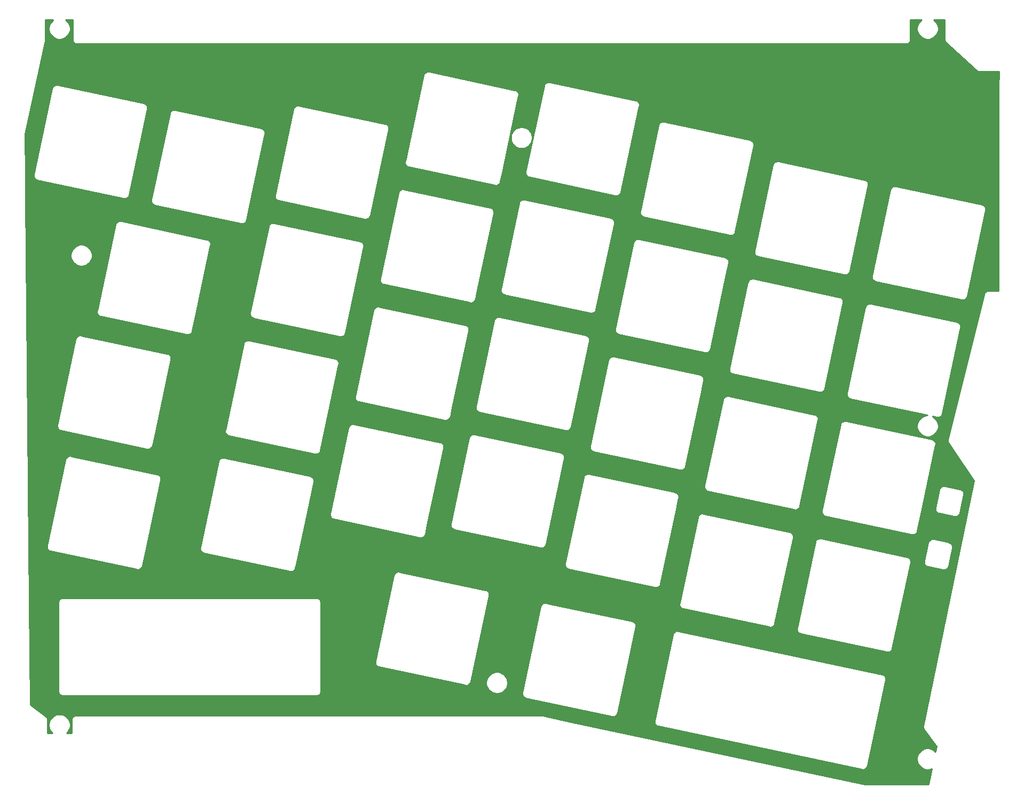
<source format=gbl>
G04 #@! TF.GenerationSoftware,KiCad,Pcbnew,(5.1.5-0-10_14)*
G04 #@! TF.CreationDate,2020-04-19T15:18:08+09:00*
G04 #@! TF.ProjectId,colice_pcb_left_keyplate,636f6c69-6365-45f7-9063-625f6c656674,rev?*
G04 #@! TF.SameCoordinates,Original*
G04 #@! TF.FileFunction,Copper,L2,Bot*
G04 #@! TF.FilePolarity,Positive*
%FSLAX46Y46*%
G04 Gerber Fmt 4.6, Leading zero omitted, Abs format (unit mm)*
G04 Created by KiCad (PCBNEW (5.1.5-0-10_14)) date 2020-04-19 15:18:08*
%MOMM*%
%LPD*%
G04 APERTURE LIST*
%ADD10C,0.254000*%
G04 APERTURE END LIST*
D10*
G36*
X49786139Y-18775856D02*
G01*
X49547956Y-19014039D01*
X49360818Y-19294111D01*
X49231914Y-19605311D01*
X49166200Y-19935680D01*
X49166200Y-20272520D01*
X49231914Y-20602889D01*
X49360818Y-20914089D01*
X49547956Y-21194161D01*
X49786139Y-21432344D01*
X50066211Y-21619482D01*
X50377411Y-21748386D01*
X50707780Y-21814100D01*
X51044620Y-21814100D01*
X51374989Y-21748386D01*
X51686189Y-21619482D01*
X51966261Y-21432344D01*
X52204444Y-21194161D01*
X52391582Y-20914089D01*
X52520486Y-20602889D01*
X52586200Y-20272520D01*
X52586200Y-19935680D01*
X52520486Y-19605311D01*
X52391582Y-19294111D01*
X52204444Y-19014039D01*
X51966261Y-18775856D01*
X51888628Y-18723983D01*
X52921486Y-18723983D01*
X52921485Y-21773635D01*
X52917929Y-21809740D01*
X52932120Y-21953825D01*
X52974148Y-22092373D01*
X53042398Y-22220060D01*
X53134247Y-22331978D01*
X53246165Y-22423827D01*
X53373852Y-22492077D01*
X53512400Y-22534105D01*
X53656485Y-22548296D01*
X53692590Y-22544740D01*
X185064983Y-22544740D01*
X185101088Y-22548296D01*
X185137193Y-22544740D01*
X185245173Y-22534105D01*
X185383721Y-22492077D01*
X185511408Y-22423827D01*
X185623326Y-22331978D01*
X185715175Y-22220060D01*
X185783425Y-22092373D01*
X185825453Y-21953825D01*
X185839644Y-21809740D01*
X185836088Y-21773635D01*
X185836088Y-18723983D01*
X187544472Y-18723983D01*
X187466839Y-18775856D01*
X187228656Y-19014039D01*
X187041518Y-19294111D01*
X186912614Y-19605311D01*
X186846900Y-19935680D01*
X186846900Y-20272520D01*
X186912614Y-20602889D01*
X187041518Y-20914089D01*
X187228656Y-21194161D01*
X187466839Y-21432344D01*
X187746911Y-21619482D01*
X188058111Y-21748386D01*
X188388480Y-21814100D01*
X188725320Y-21814100D01*
X189055689Y-21748386D01*
X189366889Y-21619482D01*
X189646961Y-21432344D01*
X189885144Y-21194161D01*
X190072282Y-20914089D01*
X190201186Y-20602889D01*
X190266900Y-20272520D01*
X190266900Y-19935680D01*
X190201186Y-19605311D01*
X190072282Y-19294111D01*
X189885144Y-19014039D01*
X189646961Y-18775856D01*
X189569328Y-18723983D01*
X191245331Y-18723983D01*
X191245330Y-21789979D01*
X191242502Y-21842524D01*
X191250469Y-21898025D01*
X191255965Y-21953824D01*
X191260738Y-21969560D01*
X191263075Y-21985837D01*
X191281717Y-22038717D01*
X191297993Y-22092372D01*
X191305745Y-22106875D01*
X191311212Y-22122383D01*
X191339810Y-22170607D01*
X191366243Y-22220059D01*
X191376676Y-22232772D01*
X191385063Y-22246914D01*
X191422520Y-22288632D01*
X191458092Y-22331977D01*
X191498772Y-22365363D01*
X196234415Y-26698070D01*
X196247041Y-26713454D01*
X196287717Y-26746836D01*
X196299776Y-26757869D01*
X196315615Y-26769731D01*
X196358959Y-26805303D01*
X196373462Y-26813055D01*
X196386622Y-26822911D01*
X196437194Y-26847121D01*
X196486646Y-26873553D01*
X196502381Y-26878326D01*
X196517212Y-26885426D01*
X196571540Y-26899305D01*
X196625194Y-26915581D01*
X196641557Y-26917193D01*
X196657490Y-26921263D01*
X196713482Y-26924277D01*
X196733174Y-26926216D01*
X196749518Y-26926216D01*
X196802063Y-26929044D01*
X196821763Y-26926216D01*
X199819587Y-26926216D01*
X199794329Y-29591252D01*
X199793970Y-29594921D01*
X199793987Y-29627350D01*
X199793680Y-29659771D01*
X199794006Y-29663442D01*
X199811070Y-61707613D01*
X198260532Y-61707613D01*
X198242003Y-61704893D01*
X198188288Y-61707613D01*
X198170772Y-61707613D01*
X198152237Y-61709438D01*
X198097406Y-61712215D01*
X198080323Y-61716521D01*
X198062792Y-61718248D01*
X198010257Y-61734184D01*
X197957015Y-61747606D01*
X197941099Y-61755163D01*
X197924244Y-61760276D01*
X197875830Y-61786154D01*
X197826227Y-61809706D01*
X197812092Y-61820223D01*
X197796557Y-61828526D01*
X197754124Y-61863350D01*
X197710067Y-61896128D01*
X197698254Y-61909202D01*
X197684639Y-61920375D01*
X197649814Y-61962809D01*
X197612999Y-62003552D01*
X197603965Y-62018677D01*
X197592790Y-62032293D01*
X197566910Y-62080711D01*
X197538754Y-62127848D01*
X197532844Y-62144444D01*
X197524540Y-62159980D01*
X197508603Y-62212518D01*
X197502355Y-62230063D01*
X197498125Y-62247058D01*
X197482512Y-62298528D01*
X197480676Y-62317167D01*
X191756084Y-85318237D01*
X191740466Y-85369721D01*
X191740341Y-85370991D01*
X191739977Y-85372206D01*
X191734903Y-85425602D01*
X191727111Y-85478680D01*
X191728002Y-85496273D01*
X191726275Y-85513806D01*
X191726400Y-85515075D01*
X191726280Y-85516338D01*
X191731720Y-85569692D01*
X191734433Y-85623276D01*
X191738739Y-85640357D01*
X191740466Y-85657891D01*
X191740836Y-85659112D01*
X191740965Y-85660374D01*
X191756712Y-85711651D01*
X191769825Y-85763667D01*
X191777378Y-85779575D01*
X191782494Y-85796439D01*
X191783096Y-85797565D01*
X191783468Y-85798777D01*
X191808917Y-85845999D01*
X191831925Y-85894455D01*
X191842436Y-85908584D01*
X191850744Y-85924126D01*
X191874568Y-85953156D01*
X195851242Y-91860716D01*
X187876302Y-130806260D01*
X187862329Y-130864098D01*
X187860328Y-130913250D01*
X187855231Y-130962172D01*
X187857389Y-130985425D01*
X187856439Y-131008760D01*
X187864065Y-131057357D01*
X187868611Y-131106334D01*
X187875264Y-131128721D01*
X187878885Y-131151792D01*
X187895843Y-131197962D01*
X187909858Y-131245117D01*
X187920751Y-131265776D01*
X187928803Y-131287697D01*
X187954443Y-131329671D01*
X187977388Y-131373186D01*
X188014879Y-131419397D01*
X189974168Y-134015361D01*
X189798769Y-134840564D01*
X189634261Y-134676056D01*
X189354189Y-134488918D01*
X189042989Y-134360014D01*
X188712620Y-134294300D01*
X188375780Y-134294300D01*
X188045411Y-134360014D01*
X187734211Y-134488918D01*
X187454139Y-134676056D01*
X187215956Y-134914239D01*
X187028818Y-135194311D01*
X186899914Y-135505511D01*
X186834200Y-135835880D01*
X186834200Y-136172720D01*
X186899914Y-136503089D01*
X187028818Y-136814289D01*
X187215956Y-137094361D01*
X187454139Y-137332544D01*
X187734211Y-137519682D01*
X188045411Y-137648586D01*
X188375780Y-137714300D01*
X188712620Y-137714300D01*
X189042989Y-137648586D01*
X189217257Y-137576401D01*
X188702648Y-139997488D01*
X178566125Y-139997488D01*
X131984320Y-130096272D01*
X145206925Y-130096272D01*
X145219228Y-130240530D01*
X145259439Y-130379617D01*
X145326012Y-130508186D01*
X145416388Y-130621297D01*
X145527094Y-130714603D01*
X145653877Y-130784518D01*
X145791863Y-130828356D01*
X145827918Y-130832384D01*
X178085555Y-137688961D01*
X178120123Y-137699943D01*
X178156169Y-137703970D01*
X178156177Y-137703972D01*
X178264009Y-137716019D01*
X178264010Y-137716019D01*
X178408267Y-137703716D01*
X178547354Y-137663505D01*
X178675923Y-137596932D01*
X178789034Y-137506556D01*
X178882340Y-137395849D01*
X178952255Y-137269067D01*
X178985108Y-137165658D01*
X178985108Y-137165657D01*
X178996093Y-137131081D01*
X179000121Y-137095026D01*
X181895978Y-123471136D01*
X181906960Y-123436568D01*
X181910987Y-123400522D01*
X181910989Y-123400514D01*
X181923036Y-123292683D01*
X181910733Y-123148424D01*
X181870522Y-123009338D01*
X181861272Y-122991474D01*
X181803949Y-122880767D01*
X181713573Y-122767656D01*
X181602866Y-122674350D01*
X181476084Y-122604435D01*
X181372674Y-122571582D01*
X181372667Y-122571580D01*
X181338098Y-122560598D01*
X181302051Y-122556571D01*
X149044420Y-115699996D01*
X149009840Y-115689010D01*
X148865953Y-115672934D01*
X148721694Y-115685238D01*
X148582607Y-115725449D01*
X148454039Y-115792022D01*
X148340928Y-115882397D01*
X148247621Y-115993104D01*
X148177706Y-116119886D01*
X148144853Y-116223295D01*
X148144850Y-116223308D01*
X148133869Y-116257873D01*
X148129842Y-116293916D01*
X145233984Y-129917816D01*
X145223001Y-129952386D01*
X145218973Y-129988434D01*
X145218972Y-129988441D01*
X145206925Y-130096272D01*
X131984320Y-130096272D01*
X127429668Y-129128156D01*
X127390399Y-129116237D01*
X127323076Y-129109595D01*
X127255863Y-129102086D01*
X127214979Y-129105573D01*
X53545326Y-129093660D01*
X53509153Y-129090097D01*
X53433375Y-129097560D01*
X53365186Y-129104265D01*
X53365130Y-129104282D01*
X53365069Y-129104288D01*
X53293440Y-129126016D01*
X53226631Y-129146271D01*
X53226581Y-129146298D01*
X53226521Y-129146316D01*
X53161089Y-129181290D01*
X53098933Y-129214500D01*
X53098887Y-129214538D01*
X53098834Y-129214566D01*
X53042626Y-129260695D01*
X52987000Y-129306331D01*
X52986962Y-129306377D01*
X52986916Y-129306415D01*
X52941346Y-129361942D01*
X52895133Y-129418234D01*
X52895104Y-129418287D01*
X52895067Y-129418333D01*
X52861902Y-129480380D01*
X52826862Y-129545910D01*
X52826844Y-129545970D01*
X52826817Y-129546020D01*
X52806586Y-129612712D01*
X52784812Y-129684451D01*
X52784806Y-129684512D01*
X52784789Y-129684568D01*
X52777780Y-129755730D01*
X52770598Y-129828534D01*
X52774154Y-129864700D01*
X52774153Y-131918882D01*
X51994785Y-131919220D01*
X52204444Y-131709561D01*
X52391582Y-131429489D01*
X52520486Y-131118289D01*
X52586200Y-130787920D01*
X52586200Y-130451080D01*
X52520486Y-130120711D01*
X52391582Y-129809511D01*
X52204444Y-129529439D01*
X51966261Y-129291256D01*
X51686189Y-129104118D01*
X51374989Y-128975214D01*
X51044620Y-128909500D01*
X50707780Y-128909500D01*
X50377411Y-128975214D01*
X50066211Y-129104118D01*
X49786139Y-129291256D01*
X49547956Y-129529439D01*
X49360818Y-129809511D01*
X49231914Y-130120711D01*
X49166200Y-130451080D01*
X49166200Y-130787920D01*
X49231914Y-131118289D01*
X49360818Y-131429489D01*
X49547956Y-131709561D01*
X49758587Y-131920192D01*
X48986869Y-131920527D01*
X48986869Y-129892257D01*
X48988669Y-129881590D01*
X48986869Y-129819948D01*
X48986869Y-129794577D01*
X48985816Y-129783885D01*
X48984443Y-129736869D01*
X48978735Y-129711992D01*
X48976234Y-129686597D01*
X48962583Y-129641597D01*
X48952065Y-129595754D01*
X48941614Y-129572469D01*
X48934206Y-129548049D01*
X48912036Y-129506572D01*
X48892778Y-129463666D01*
X48877987Y-129442870D01*
X48865956Y-129420362D01*
X48836122Y-129384010D01*
X48808862Y-129345683D01*
X48790292Y-129328167D01*
X48774106Y-129308444D01*
X48737765Y-129278619D01*
X48729933Y-129271232D01*
X48709817Y-129255683D01*
X48662188Y-129216595D01*
X48652655Y-129211500D01*
X46290564Y-127385705D01*
X46138462Y-111205849D01*
X50668514Y-111205849D01*
X50672071Y-111241964D01*
X50672070Y-125208030D01*
X50668514Y-125244135D01*
X50682705Y-125388220D01*
X50724733Y-125526768D01*
X50792983Y-125654455D01*
X50884832Y-125766373D01*
X50972056Y-125837956D01*
X50996750Y-125858222D01*
X51124437Y-125926472D01*
X51262985Y-125968500D01*
X51407070Y-125982691D01*
X51443175Y-125979135D01*
X91565816Y-125979135D01*
X91601921Y-125982691D01*
X91638026Y-125979135D01*
X91746006Y-125968500D01*
X91884554Y-125926472D01*
X92012241Y-125858222D01*
X92124159Y-125766373D01*
X92216008Y-125654455D01*
X92223649Y-125640158D01*
X124242707Y-125640158D01*
X124255010Y-125784415D01*
X124295221Y-125923502D01*
X124361794Y-126052071D01*
X124452170Y-126165182D01*
X124562877Y-126258488D01*
X124689659Y-126328403D01*
X124827645Y-126372241D01*
X124863700Y-126376269D01*
X138487614Y-129272120D01*
X138522184Y-129283103D01*
X138558232Y-129287131D01*
X138558239Y-129287132D01*
X138666070Y-129299179D01*
X138666071Y-129299179D01*
X138758971Y-129291256D01*
X138810329Y-129286876D01*
X138949416Y-129246665D01*
X139077984Y-129180092D01*
X139191095Y-129089716D01*
X139284401Y-128979009D01*
X139354317Y-128852227D01*
X139398155Y-128714241D01*
X139402184Y-128678176D01*
X142219618Y-115423234D01*
X167801535Y-115423234D01*
X167813838Y-115567491D01*
X167854049Y-115706578D01*
X167920622Y-115835147D01*
X168010998Y-115948258D01*
X168121705Y-116041564D01*
X168248487Y-116111479D01*
X168386473Y-116155317D01*
X168422530Y-116159346D01*
X182046445Y-119055196D01*
X182081012Y-119066178D01*
X182117058Y-119070205D01*
X182117066Y-119070207D01*
X182224898Y-119082254D01*
X182369156Y-119069951D01*
X182508243Y-119029740D01*
X182636812Y-118963167D01*
X182749923Y-118872791D01*
X182843229Y-118762085D01*
X182913144Y-118635302D01*
X182945997Y-118531893D01*
X182945997Y-118531892D01*
X182956982Y-118497316D01*
X182961010Y-118461261D01*
X185856866Y-104837381D01*
X185867851Y-104802803D01*
X185873061Y-104756168D01*
X187963437Y-104756168D01*
X187975740Y-104900426D01*
X188015951Y-105039512D01*
X188029675Y-105066016D01*
X188082524Y-105168082D01*
X188172900Y-105281193D01*
X188216696Y-105318105D01*
X188283606Y-105374499D01*
X188307619Y-105387741D01*
X188410389Y-105444415D01*
X188450608Y-105457192D01*
X188548374Y-105488252D01*
X188584433Y-105492281D01*
X190946873Y-105994433D01*
X190981445Y-106005416D01*
X191017495Y-106009444D01*
X191017501Y-106009445D01*
X191125332Y-106021492D01*
X191269590Y-106009189D01*
X191408676Y-105968978D01*
X191499389Y-105922007D01*
X191537246Y-105902405D01*
X191650357Y-105812029D01*
X191700989Y-105751955D01*
X191743663Y-105701323D01*
X191782219Y-105631407D01*
X191813579Y-105574540D01*
X191857416Y-105436554D01*
X191861444Y-105400500D01*
X192470172Y-102536678D01*
X192481155Y-102502107D01*
X192485182Y-102466061D01*
X192485184Y-102466053D01*
X192497231Y-102358222D01*
X192484928Y-102213963D01*
X192444717Y-102074876D01*
X192405350Y-101998849D01*
X192378144Y-101946306D01*
X192287768Y-101833195D01*
X192209883Y-101767553D01*
X192177062Y-101739890D01*
X192078676Y-101685634D01*
X192050279Y-101669974D01*
X191993513Y-101651940D01*
X191912294Y-101626137D01*
X191876235Y-101622108D01*
X189513796Y-101119957D01*
X189479223Y-101108973D01*
X189443171Y-101104945D01*
X189443166Y-101104944D01*
X189355858Y-101095190D01*
X189335336Y-101092897D01*
X189335335Y-101092897D01*
X189323999Y-101093864D01*
X189191077Y-101105200D01*
X189051991Y-101145411D01*
X188923422Y-101211984D01*
X188810311Y-101302360D01*
X188717004Y-101413066D01*
X188662769Y-101511415D01*
X188647089Y-101539849D01*
X188603252Y-101677835D01*
X188599224Y-101713889D01*
X187990496Y-104577709D01*
X187979513Y-104612282D01*
X187975485Y-104648330D01*
X187975484Y-104648337D01*
X187963437Y-104756168D01*
X185873061Y-104756168D01*
X185883927Y-104658916D01*
X185871623Y-104514657D01*
X185831412Y-104375571D01*
X185764839Y-104247002D01*
X185674463Y-104133891D01*
X185563756Y-104040585D01*
X185436974Y-103970670D01*
X185413685Y-103963271D01*
X185298989Y-103926832D01*
X185262932Y-103922803D01*
X171639019Y-101026954D01*
X171604448Y-101015971D01*
X171568398Y-101011943D01*
X171568392Y-101011942D01*
X171460561Y-100999895D01*
X171316303Y-101012199D01*
X171177217Y-101052409D01*
X171162926Y-101059809D01*
X171048647Y-101118982D01*
X170935536Y-101209358D01*
X170842230Y-101320065D01*
X170772315Y-101446847D01*
X170739462Y-101550256D01*
X170739460Y-101550266D01*
X170728478Y-101584833D01*
X170724451Y-101620878D01*
X167828594Y-115244777D01*
X167817611Y-115279347D01*
X167813583Y-115315395D01*
X167813582Y-115315402D01*
X167801535Y-115423234D01*
X142219618Y-115423234D01*
X142298039Y-115054295D01*
X142309021Y-115019727D01*
X142313048Y-114983681D01*
X142313050Y-114983673D01*
X142325097Y-114875842D01*
X142312794Y-114731583D01*
X142272583Y-114592497D01*
X142206010Y-114463928D01*
X142206009Y-114463926D01*
X142115633Y-114350815D01*
X142004927Y-114257509D01*
X141878144Y-114187593D01*
X141774735Y-114154741D01*
X141774728Y-114154739D01*
X141740159Y-114143757D01*
X141704112Y-114139730D01*
X129108738Y-111462503D01*
X149167748Y-111462503D01*
X149180051Y-111606760D01*
X149220262Y-111745847D01*
X149286835Y-111874416D01*
X149377211Y-111987527D01*
X149487918Y-112080833D01*
X149614700Y-112150748D01*
X149752686Y-112194586D01*
X149788743Y-112198615D01*
X163412656Y-115094465D01*
X163447226Y-115105448D01*
X163483274Y-115109476D01*
X163483281Y-115109477D01*
X163591112Y-115121524D01*
X163591113Y-115121524D01*
X163663242Y-115115372D01*
X163735371Y-115109221D01*
X163874458Y-115069010D01*
X164003026Y-115002437D01*
X164116137Y-114912061D01*
X164209443Y-114801354D01*
X164279359Y-114674572D01*
X164323197Y-114536586D01*
X164327226Y-114500521D01*
X167223079Y-100876651D01*
X167234064Y-100842073D01*
X167250140Y-100698186D01*
X167237836Y-100553927D01*
X167197625Y-100414841D01*
X167131052Y-100286272D01*
X167040676Y-100173161D01*
X166929969Y-100079855D01*
X166803187Y-100009940D01*
X166699778Y-99977087D01*
X166699768Y-99977085D01*
X166665201Y-99966103D01*
X166629156Y-99962076D01*
X153005232Y-97066224D01*
X152970661Y-97055241D01*
X152934611Y-97051213D01*
X152934605Y-97051212D01*
X152826774Y-97039165D01*
X152682516Y-97051469D01*
X152543430Y-97091679D01*
X152481433Y-97123781D01*
X152414860Y-97158252D01*
X152301749Y-97248628D01*
X152208443Y-97359335D01*
X152138528Y-97486117D01*
X152105675Y-97589526D01*
X152105673Y-97589536D01*
X152094691Y-97624103D01*
X152090664Y-97660148D01*
X149194807Y-111284046D01*
X149183824Y-111318616D01*
X149179796Y-111354664D01*
X149179795Y-111354671D01*
X149167748Y-111462503D01*
X129108738Y-111462503D01*
X128080191Y-111243879D01*
X128045620Y-111232896D01*
X128009570Y-111228868D01*
X128009564Y-111228867D01*
X127901733Y-111216820D01*
X127757475Y-111229124D01*
X127618388Y-111269335D01*
X127489819Y-111335907D01*
X127376708Y-111426283D01*
X127283402Y-111536990D01*
X127213487Y-111663772D01*
X127180634Y-111767181D01*
X127180632Y-111767191D01*
X127169650Y-111801758D01*
X127165623Y-111837803D01*
X124269766Y-125461701D01*
X124258783Y-125496271D01*
X124254755Y-125532319D01*
X124254754Y-125532326D01*
X124242707Y-125640158D01*
X92223649Y-125640158D01*
X92284258Y-125526768D01*
X92326286Y-125388220D01*
X92340477Y-125244135D01*
X92336921Y-125208030D01*
X92336921Y-120689300D01*
X100950732Y-120689300D01*
X100963035Y-120833557D01*
X101003246Y-120972644D01*
X101069819Y-121101213D01*
X101160195Y-121214324D01*
X101270902Y-121307630D01*
X101397684Y-121377545D01*
X101535670Y-121421383D01*
X101571725Y-121425411D01*
X115195639Y-124321262D01*
X115230209Y-124332245D01*
X115266257Y-124336273D01*
X115266264Y-124336274D01*
X115374095Y-124348321D01*
X115374096Y-124348321D01*
X115446224Y-124342170D01*
X115518354Y-124336018D01*
X115657441Y-124295807D01*
X115786009Y-124229234D01*
X115899120Y-124138858D01*
X115992426Y-124028151D01*
X116062342Y-123901369D01*
X116106180Y-123763383D01*
X116108180Y-123745480D01*
X118533600Y-123745480D01*
X118533600Y-124082320D01*
X118599314Y-124412689D01*
X118728218Y-124723889D01*
X118915356Y-125003961D01*
X119153539Y-125242144D01*
X119433611Y-125429282D01*
X119744811Y-125558186D01*
X120075180Y-125623900D01*
X120412020Y-125623900D01*
X120742389Y-125558186D01*
X121053589Y-125429282D01*
X121333661Y-125242144D01*
X121571844Y-125003961D01*
X121758982Y-124723889D01*
X121887886Y-124412689D01*
X121953600Y-124082320D01*
X121953600Y-123745480D01*
X121887886Y-123415111D01*
X121758982Y-123103911D01*
X121571844Y-122823839D01*
X121333661Y-122585656D01*
X121053589Y-122398518D01*
X120742389Y-122269614D01*
X120412020Y-122203900D01*
X120075180Y-122203900D01*
X119744811Y-122269614D01*
X119433611Y-122398518D01*
X119153539Y-122585656D01*
X118915356Y-122823839D01*
X118728218Y-123103911D01*
X118599314Y-123415111D01*
X118533600Y-123745480D01*
X116108180Y-123745480D01*
X116110209Y-123727318D01*
X119006064Y-110103437D01*
X119017046Y-110068869D01*
X119021073Y-110032823D01*
X119021075Y-110032815D01*
X119033122Y-109924984D01*
X119020819Y-109780725D01*
X118980608Y-109641639D01*
X118914035Y-109513070D01*
X118914034Y-109513068D01*
X118823658Y-109399957D01*
X118712952Y-109306651D01*
X118586169Y-109236735D01*
X118482760Y-109203883D01*
X118482753Y-109203881D01*
X118448184Y-109192899D01*
X118412137Y-109188872D01*
X104788216Y-106293021D01*
X104753645Y-106282038D01*
X104717595Y-106278010D01*
X104717589Y-106278009D01*
X104609758Y-106265962D01*
X104465500Y-106278266D01*
X104326413Y-106318477D01*
X104197844Y-106385049D01*
X104084733Y-106475425D01*
X103991427Y-106586132D01*
X103921512Y-106712914D01*
X103888659Y-106816323D01*
X103888657Y-106816333D01*
X103877675Y-106850900D01*
X103873648Y-106886945D01*
X100977791Y-120510843D01*
X100966808Y-120545413D01*
X100962780Y-120581461D01*
X100962779Y-120581468D01*
X100950732Y-120689300D01*
X92336921Y-120689300D01*
X92336921Y-111241954D01*
X92340477Y-111205849D01*
X92326286Y-111061764D01*
X92284258Y-110923216D01*
X92216008Y-110795529D01*
X92124159Y-110683611D01*
X92012241Y-110591762D01*
X91884554Y-110523512D01*
X91746006Y-110481484D01*
X91638026Y-110470849D01*
X91601921Y-110467293D01*
X91565816Y-110470849D01*
X51443175Y-110470849D01*
X51407070Y-110467293D01*
X51370965Y-110470849D01*
X51262985Y-110481484D01*
X51124437Y-110523512D01*
X50996750Y-110591762D01*
X50884832Y-110683611D01*
X50792983Y-110795529D01*
X50724733Y-110923216D01*
X50682705Y-111061764D01*
X50668514Y-111205849D01*
X46138462Y-111205849D01*
X46054892Y-102316112D01*
X48864891Y-102316112D01*
X48877194Y-102460369D01*
X48897129Y-102529322D01*
X48917405Y-102599456D01*
X48983978Y-102728025D01*
X49074354Y-102841136D01*
X49185061Y-102934442D01*
X49311843Y-103004357D01*
X49413257Y-103036576D01*
X49449829Y-103048195D01*
X49485884Y-103052223D01*
X63109798Y-105948074D01*
X63144368Y-105959057D01*
X63180416Y-105963085D01*
X63180423Y-105963086D01*
X63288254Y-105975133D01*
X63288255Y-105975133D01*
X63360436Y-105968977D01*
X63432513Y-105962830D01*
X63571600Y-105922619D01*
X63700168Y-105856046D01*
X63813279Y-105765670D01*
X63906585Y-105654963D01*
X63976501Y-105528181D01*
X64020339Y-105390195D01*
X64024368Y-105354130D01*
X64607953Y-102608587D01*
X73147309Y-102608587D01*
X73159612Y-102752844D01*
X73199823Y-102891931D01*
X73266396Y-103020500D01*
X73356772Y-103133611D01*
X73467479Y-103226917D01*
X73594261Y-103296832D01*
X73732247Y-103340670D01*
X73768302Y-103344698D01*
X87392216Y-106240549D01*
X87426786Y-106251532D01*
X87462834Y-106255560D01*
X87462841Y-106255561D01*
X87570672Y-106267608D01*
X87570673Y-106267608D01*
X87642801Y-106261457D01*
X87714931Y-106255305D01*
X87854018Y-106215094D01*
X87982586Y-106148521D01*
X88095697Y-106058145D01*
X88189003Y-105947438D01*
X88258919Y-105820656D01*
X88302757Y-105682670D01*
X88306786Y-105646605D01*
X88407273Y-105173848D01*
X131028779Y-105173848D01*
X131041082Y-105318105D01*
X131077599Y-105444414D01*
X131081293Y-105457192D01*
X131147866Y-105585761D01*
X131238242Y-105698872D01*
X131348949Y-105792178D01*
X131475731Y-105862093D01*
X131568807Y-105891663D01*
X131613717Y-105905931D01*
X131649772Y-105909959D01*
X145273686Y-108805810D01*
X145308256Y-108816793D01*
X145344304Y-108820821D01*
X145344311Y-108820822D01*
X145452142Y-108832869D01*
X145452143Y-108832869D01*
X145524271Y-108826718D01*
X145596401Y-108820566D01*
X145735488Y-108780355D01*
X145864056Y-108713782D01*
X145977167Y-108623406D01*
X146070473Y-108512699D01*
X146140389Y-108385917D01*
X146184227Y-108247931D01*
X146188256Y-108211866D01*
X148616166Y-96789482D01*
X171762273Y-96789482D01*
X171774576Y-96933739D01*
X171814787Y-97072826D01*
X171881360Y-97201395D01*
X171971736Y-97314506D01*
X172082443Y-97407812D01*
X172209225Y-97477727D01*
X172347211Y-97521565D01*
X172383266Y-97525593D01*
X186007180Y-100421444D01*
X186041750Y-100432427D01*
X186077798Y-100436455D01*
X186077805Y-100436456D01*
X186185636Y-100448503D01*
X186329895Y-100436200D01*
X186468982Y-100395989D01*
X186597550Y-100329416D01*
X186710661Y-100239040D01*
X186758198Y-100182638D01*
X186803967Y-100128334D01*
X186844147Y-100055472D01*
X186873883Y-100001551D01*
X186917721Y-99863565D01*
X186921750Y-99827501D01*
X187668218Y-96315654D01*
X189757319Y-96315654D01*
X189769622Y-96459912D01*
X189788040Y-96523617D01*
X189809833Y-96598999D01*
X189876406Y-96727568D01*
X189966782Y-96840679D01*
X190026856Y-96891311D01*
X190077488Y-96933985D01*
X190204270Y-97003900D01*
X190342256Y-97047738D01*
X190378313Y-97051767D01*
X192740758Y-97553920D01*
X192775327Y-97564903D01*
X192811375Y-97568931D01*
X192811382Y-97568932D01*
X192919214Y-97580979D01*
X193063472Y-97568676D01*
X193202559Y-97528465D01*
X193300546Y-97477727D01*
X193331128Y-97461892D01*
X193444239Y-97371516D01*
X193536288Y-97262301D01*
X193537545Y-97260810D01*
X193607460Y-97134027D01*
X193640313Y-97030618D01*
X193640313Y-97030617D01*
X193651298Y-96996041D01*
X193655326Y-96959987D01*
X194264054Y-94096164D01*
X194275037Y-94061593D01*
X194279064Y-94025547D01*
X194279066Y-94025539D01*
X194291113Y-93917708D01*
X194278810Y-93773449D01*
X194238599Y-93634362D01*
X194202480Y-93564608D01*
X194172026Y-93505792D01*
X194081650Y-93392681D01*
X194021575Y-93342050D01*
X193970944Y-93299376D01*
X193925879Y-93274525D01*
X193844161Y-93229460D01*
X193760066Y-93202744D01*
X193706176Y-93185623D01*
X193670117Y-93181594D01*
X191307678Y-92679443D01*
X191273105Y-92668459D01*
X191237053Y-92664431D01*
X191237048Y-92664430D01*
X191149740Y-92654676D01*
X191129218Y-92652383D01*
X191129217Y-92652383D01*
X191117881Y-92653350D01*
X190984959Y-92664686D01*
X190845873Y-92704897D01*
X190717304Y-92771470D01*
X190604193Y-92861846D01*
X190510886Y-92972552D01*
X190481109Y-93026550D01*
X190440971Y-93099335D01*
X190397134Y-93237321D01*
X190393106Y-93273375D01*
X189784378Y-96137198D01*
X189773395Y-96171768D01*
X189769367Y-96207816D01*
X189769366Y-96207823D01*
X189757319Y-96315654D01*
X187668218Y-96315654D01*
X189817604Y-86203630D01*
X189828589Y-86169052D01*
X189844665Y-86025165D01*
X189832361Y-85880906D01*
X189792150Y-85741820D01*
X189725577Y-85613251D01*
X189635201Y-85500140D01*
X189524494Y-85406834D01*
X189397712Y-85336919D01*
X189374423Y-85329520D01*
X189259727Y-85293081D01*
X189223670Y-85289052D01*
X175599757Y-82393203D01*
X175565186Y-82382220D01*
X175529136Y-82378192D01*
X175529130Y-82378191D01*
X175421299Y-82366144D01*
X175277041Y-82378448D01*
X175137955Y-82418658D01*
X175123664Y-82426058D01*
X175009385Y-82485231D01*
X174896274Y-82575607D01*
X174802968Y-82686314D01*
X174733053Y-82813096D01*
X174700200Y-82916505D01*
X174700198Y-82916515D01*
X174689216Y-82951082D01*
X174685189Y-82987127D01*
X171789332Y-96611025D01*
X171778349Y-96645595D01*
X171774321Y-96681643D01*
X171774320Y-96681650D01*
X171762273Y-96789482D01*
X148616166Y-96789482D01*
X149084111Y-94587985D01*
X149095093Y-94553417D01*
X149099120Y-94517371D01*
X149099122Y-94517363D01*
X149111169Y-94409532D01*
X149098866Y-94265273D01*
X149058655Y-94126187D01*
X149025208Y-94061593D01*
X148992081Y-93997616D01*
X148901705Y-93884505D01*
X148790999Y-93791199D01*
X148664216Y-93721283D01*
X148560807Y-93688431D01*
X148560800Y-93688429D01*
X148526231Y-93677447D01*
X148490184Y-93673420D01*
X144516325Y-92828751D01*
X153128485Y-92828751D01*
X153140788Y-92973009D01*
X153180999Y-93112096D01*
X153247572Y-93240665D01*
X153337948Y-93353776D01*
X153448654Y-93447082D01*
X153575437Y-93516997D01*
X153713423Y-93560835D01*
X153749481Y-93564864D01*
X167373394Y-96460714D01*
X167407964Y-96471697D01*
X167444012Y-96475725D01*
X167444019Y-96475726D01*
X167551850Y-96487773D01*
X167551851Y-96487773D01*
X167623979Y-96481622D01*
X167696109Y-96475470D01*
X167835196Y-96435259D01*
X167963764Y-96368686D01*
X168076875Y-96278310D01*
X168170181Y-96167603D01*
X168240097Y-96040821D01*
X168283935Y-95902835D01*
X168287964Y-95866770D01*
X171183817Y-82242899D01*
X171194802Y-82208321D01*
X171210878Y-82064434D01*
X171198574Y-81920176D01*
X171158363Y-81781089D01*
X171091790Y-81652520D01*
X171001414Y-81539409D01*
X170890707Y-81446103D01*
X170763925Y-81376188D01*
X170660516Y-81343335D01*
X170660506Y-81343333D01*
X170625939Y-81332351D01*
X170589894Y-81328324D01*
X156965976Y-78432473D01*
X156931401Y-78421489D01*
X156895346Y-78417460D01*
X156895344Y-78417460D01*
X156877213Y-78415434D01*
X156787514Y-78405412D01*
X156643255Y-78417716D01*
X156504168Y-78457927D01*
X156375600Y-78524500D01*
X156262489Y-78614875D01*
X156169182Y-78725582D01*
X156099267Y-78852364D01*
X156066414Y-78955774D01*
X156066412Y-78955784D01*
X156055430Y-78990351D01*
X156051403Y-79026396D01*
X153155544Y-92650295D01*
X153144561Y-92684865D01*
X153140533Y-92720913D01*
X153140532Y-92720920D01*
X153128485Y-92828751D01*
X144516325Y-92828751D01*
X134866263Y-90777569D01*
X134831692Y-90766586D01*
X134795642Y-90762558D01*
X134795636Y-90762557D01*
X134687805Y-90750510D01*
X134543547Y-90762814D01*
X134404460Y-90803025D01*
X134275891Y-90869597D01*
X134162780Y-90959973D01*
X134069474Y-91070680D01*
X133999559Y-91197462D01*
X133966706Y-91300871D01*
X133966704Y-91300881D01*
X133955722Y-91335448D01*
X133951695Y-91371493D01*
X131055838Y-104995391D01*
X131044855Y-105029961D01*
X131040827Y-105066009D01*
X131040826Y-105066016D01*
X131028779Y-105173848D01*
X88407273Y-105173848D01*
X90091026Y-97252441D01*
X93761464Y-97252441D01*
X93773767Y-97396699D01*
X93813978Y-97535786D01*
X93880551Y-97664355D01*
X93970927Y-97777466D01*
X94081633Y-97870772D01*
X94208416Y-97940687D01*
X94346402Y-97984525D01*
X94382460Y-97988554D01*
X108006372Y-100884404D01*
X108040942Y-100895387D01*
X108076990Y-100899415D01*
X108076997Y-100899416D01*
X108184828Y-100911463D01*
X108184829Y-100911463D01*
X108256957Y-100905312D01*
X108329087Y-100899160D01*
X108468174Y-100858949D01*
X108596742Y-100792376D01*
X108709853Y-100702000D01*
X108803159Y-100591293D01*
X108873075Y-100464511D01*
X108916913Y-100326525D01*
X108920942Y-100290460D01*
X109220191Y-98882605D01*
X112890360Y-98882605D01*
X112902663Y-99026862D01*
X112942874Y-99165949D01*
X113009447Y-99294518D01*
X113099823Y-99407629D01*
X113210530Y-99500935D01*
X113337312Y-99570850D01*
X113475298Y-99614688D01*
X113511355Y-99618717D01*
X127135270Y-102514567D01*
X127169837Y-102525549D01*
X127205883Y-102529576D01*
X127205891Y-102529578D01*
X127313723Y-102541625D01*
X127313724Y-102541625D01*
X127457981Y-102529322D01*
X127597068Y-102489111D01*
X127725637Y-102422538D01*
X127838748Y-102332162D01*
X127932054Y-102221455D01*
X128001969Y-102094673D01*
X128034822Y-101991264D01*
X128034822Y-101991263D01*
X128045807Y-101956687D01*
X128049835Y-101920632D01*
X130945690Y-88296752D01*
X130956675Y-88262174D01*
X130972751Y-88118287D01*
X130960447Y-87974029D01*
X130920236Y-87834942D01*
X130853663Y-87706373D01*
X130763287Y-87593262D01*
X130652580Y-87499956D01*
X130525798Y-87430041D01*
X130422389Y-87397188D01*
X130422379Y-87397186D01*
X130387812Y-87386204D01*
X130351767Y-87382177D01*
X126390085Y-86540096D01*
X134989517Y-86540096D01*
X135001820Y-86684353D01*
X135042031Y-86823440D01*
X135108604Y-86952009D01*
X135198980Y-87065120D01*
X135309687Y-87158426D01*
X135436469Y-87228341D01*
X135574455Y-87272179D01*
X135610510Y-87276207D01*
X149234424Y-90172058D01*
X149268994Y-90183041D01*
X149305042Y-90187069D01*
X149305049Y-90187070D01*
X149412880Y-90199117D01*
X149412881Y-90199117D01*
X149485009Y-90192966D01*
X149557139Y-90186814D01*
X149696226Y-90146603D01*
X149824794Y-90080030D01*
X149937905Y-89989654D01*
X150031211Y-89878947D01*
X150101127Y-89752165D01*
X150144965Y-89614179D01*
X150148994Y-89578114D01*
X152576849Y-78155990D01*
X175722956Y-78155990D01*
X175735259Y-78300247D01*
X175775470Y-78439334D01*
X175842043Y-78567903D01*
X175932419Y-78681014D01*
X176043126Y-78774320D01*
X176169908Y-78844235D01*
X176307894Y-78888073D01*
X176343951Y-78892102D01*
X188495541Y-81475000D01*
X188388480Y-81475000D01*
X188058111Y-81540714D01*
X187746911Y-81669618D01*
X187466839Y-81856756D01*
X187228656Y-82094939D01*
X187041518Y-82375011D01*
X186912614Y-82686211D01*
X186846900Y-83016580D01*
X186846900Y-83353420D01*
X186912614Y-83683789D01*
X187041518Y-83994989D01*
X187228656Y-84275061D01*
X187466839Y-84513244D01*
X187746911Y-84700382D01*
X188058111Y-84829286D01*
X188388480Y-84895000D01*
X188725320Y-84895000D01*
X189055689Y-84829286D01*
X189366889Y-84700382D01*
X189646961Y-84513244D01*
X189885144Y-84275061D01*
X190072282Y-83994989D01*
X190201186Y-83683789D01*
X190266900Y-83353420D01*
X190266900Y-83016580D01*
X190201186Y-82686211D01*
X190072282Y-82375011D01*
X189885144Y-82094939D01*
X189646961Y-81856756D01*
X189366889Y-81669618D01*
X189320239Y-81650295D01*
X189967866Y-81787952D01*
X190002433Y-81798934D01*
X190038479Y-81802961D01*
X190038487Y-81802963D01*
X190146319Y-81815010D01*
X190146320Y-81815010D01*
X190290577Y-81802707D01*
X190429664Y-81762496D01*
X190558233Y-81695923D01*
X190671344Y-81605547D01*
X190764650Y-81494840D01*
X190834565Y-81368058D01*
X190867418Y-81264649D01*
X190867418Y-81264648D01*
X190878403Y-81230072D01*
X190882431Y-81194017D01*
X193778286Y-67570137D01*
X193789271Y-67535559D01*
X193805347Y-67391672D01*
X193793043Y-67247414D01*
X193752832Y-67108327D01*
X193686259Y-66979758D01*
X193595883Y-66866647D01*
X193485176Y-66773341D01*
X193358394Y-66703426D01*
X193254985Y-66670573D01*
X193254975Y-66670571D01*
X193220408Y-66659589D01*
X193184363Y-66655562D01*
X179560440Y-63759710D01*
X179525869Y-63748727D01*
X179489819Y-63744699D01*
X179489813Y-63744698D01*
X179381982Y-63732651D01*
X179237724Y-63744955D01*
X179098638Y-63785165D01*
X179084347Y-63792565D01*
X178970068Y-63851738D01*
X178856957Y-63942114D01*
X178763651Y-64052821D01*
X178693736Y-64179603D01*
X178660883Y-64283012D01*
X178660881Y-64283022D01*
X178649899Y-64317589D01*
X178645872Y-64353634D01*
X175750015Y-77977533D01*
X175739032Y-78012103D01*
X175735004Y-78048151D01*
X175735003Y-78048158D01*
X175722956Y-78155990D01*
X152576849Y-78155990D01*
X153044847Y-75954244D01*
X153055832Y-75919666D01*
X153071908Y-75775779D01*
X153059604Y-75631521D01*
X153019393Y-75492434D01*
X152952820Y-75363865D01*
X152862444Y-75250754D01*
X152751737Y-75157448D01*
X152624955Y-75087533D01*
X152521546Y-75054680D01*
X152521536Y-75054678D01*
X152486969Y-75043696D01*
X152450924Y-75039669D01*
X148478280Y-74195258D01*
X157089169Y-74195258D01*
X157101472Y-74339516D01*
X157141683Y-74478603D01*
X157208256Y-74607172D01*
X157298632Y-74720283D01*
X157409338Y-74813589D01*
X157536121Y-74883504D01*
X157674107Y-74927342D01*
X157710162Y-74931370D01*
X171334076Y-77827221D01*
X171368646Y-77838204D01*
X171404694Y-77842232D01*
X171404701Y-77842233D01*
X171512532Y-77854280D01*
X171656791Y-77841977D01*
X171795878Y-77801766D01*
X171924446Y-77735193D01*
X172037557Y-77644817D01*
X172049080Y-77631145D01*
X172130863Y-77534111D01*
X172183054Y-77439469D01*
X172200779Y-77407328D01*
X172244617Y-77269342D01*
X172248646Y-77233278D01*
X175144500Y-63609407D01*
X175155485Y-63574829D01*
X175171561Y-63430942D01*
X175159257Y-63286684D01*
X175119046Y-63147597D01*
X175052473Y-63019028D01*
X174962097Y-62905917D01*
X174851390Y-62812611D01*
X174724608Y-62742696D01*
X174698203Y-62734307D01*
X174586623Y-62698858D01*
X174550566Y-62694829D01*
X160926666Y-59798983D01*
X160892084Y-59787996D01*
X160748197Y-59771920D01*
X160603938Y-59784224D01*
X160464851Y-59824435D01*
X160336283Y-59891008D01*
X160223172Y-59981383D01*
X160129865Y-60092090D01*
X160059950Y-60218872D01*
X160027097Y-60322281D01*
X160027094Y-60322294D01*
X160016113Y-60356859D01*
X160012086Y-60392902D01*
X157116228Y-74016802D01*
X157105245Y-74051372D01*
X157101217Y-74087420D01*
X157101216Y-74087427D01*
X157089169Y-74195258D01*
X148478280Y-74195258D01*
X138827001Y-72143817D01*
X138792430Y-72132834D01*
X138756380Y-72128806D01*
X138756374Y-72128805D01*
X138648543Y-72116758D01*
X138504285Y-72129062D01*
X138365199Y-72169272D01*
X138350908Y-72176672D01*
X138236629Y-72235845D01*
X138123518Y-72326221D01*
X138030212Y-72436928D01*
X137960297Y-72563710D01*
X137927444Y-72667119D01*
X137927442Y-72667129D01*
X137916460Y-72701696D01*
X137912433Y-72737741D01*
X135016576Y-86361639D01*
X135005593Y-86396209D01*
X135001565Y-86432257D01*
X135001564Y-86432264D01*
X134989517Y-86540096D01*
X126390085Y-86540096D01*
X116727844Y-84486325D01*
X116693273Y-84475342D01*
X116657223Y-84471314D01*
X116657217Y-84471313D01*
X116549386Y-84459266D01*
X116405128Y-84471570D01*
X116266042Y-84511780D01*
X116251751Y-84519180D01*
X116137472Y-84578353D01*
X116024361Y-84668729D01*
X115931055Y-84779436D01*
X115861140Y-84906218D01*
X115828287Y-85009627D01*
X115828285Y-85009637D01*
X115817303Y-85044204D01*
X115813276Y-85080249D01*
X112917419Y-98704148D01*
X112906436Y-98738718D01*
X112902408Y-98774766D01*
X112902407Y-98774773D01*
X112890360Y-98882605D01*
X109220191Y-98882605D01*
X111816797Y-86666580D01*
X111827779Y-86632012D01*
X111831806Y-86595966D01*
X111831808Y-86595958D01*
X111843855Y-86488127D01*
X111831552Y-86343868D01*
X111791341Y-86204782D01*
X111724768Y-86076213D01*
X111724767Y-86076211D01*
X111634391Y-85963100D01*
X111523685Y-85869794D01*
X111396902Y-85799878D01*
X111293493Y-85767026D01*
X111293486Y-85767024D01*
X111258917Y-85756042D01*
X111222870Y-85752015D01*
X97598961Y-82856167D01*
X97564379Y-82845180D01*
X97420492Y-82829104D01*
X97276233Y-82841408D01*
X97137146Y-82881619D01*
X97008578Y-82948192D01*
X96895467Y-83038567D01*
X96802160Y-83149274D01*
X96732245Y-83276056D01*
X96699392Y-83379465D01*
X96699389Y-83379478D01*
X96688408Y-83414043D01*
X96684381Y-83450086D01*
X93788523Y-97073985D01*
X93777540Y-97108555D01*
X93773512Y-97144603D01*
X93773511Y-97144610D01*
X93761464Y-97252441D01*
X90091026Y-97252441D01*
X91202639Y-92022735D01*
X91213624Y-91988157D01*
X91229700Y-91844270D01*
X91217396Y-91700012D01*
X91177185Y-91560925D01*
X91110612Y-91432356D01*
X91020236Y-91319245D01*
X90909529Y-91225939D01*
X90782747Y-91156024D01*
X90679338Y-91123171D01*
X90679328Y-91123169D01*
X90644761Y-91112187D01*
X90608716Y-91108160D01*
X76984793Y-88212308D01*
X76950222Y-88201325D01*
X76914172Y-88197297D01*
X76914166Y-88197296D01*
X76806335Y-88185249D01*
X76662077Y-88197553D01*
X76522991Y-88237763D01*
X76460994Y-88269865D01*
X76394421Y-88304336D01*
X76281310Y-88394712D01*
X76188004Y-88505419D01*
X76118089Y-88632201D01*
X76085236Y-88735610D01*
X76085234Y-88735620D01*
X76074252Y-88770187D01*
X76070225Y-88806232D01*
X73174368Y-102430130D01*
X73163385Y-102464700D01*
X73159357Y-102500748D01*
X73159356Y-102500755D01*
X73147309Y-102608587D01*
X64607953Y-102608587D01*
X66920221Y-91730260D01*
X66931206Y-91695682D01*
X66947282Y-91551795D01*
X66934978Y-91407537D01*
X66894767Y-91268450D01*
X66828194Y-91139881D01*
X66737818Y-91026770D01*
X66627111Y-90933464D01*
X66500329Y-90863549D01*
X66396920Y-90830696D01*
X66396910Y-90830694D01*
X66362343Y-90819712D01*
X66326298Y-90815685D01*
X52702375Y-87919833D01*
X52667804Y-87908850D01*
X52631754Y-87904822D01*
X52631748Y-87904821D01*
X52523917Y-87892774D01*
X52379659Y-87905078D01*
X52240573Y-87945288D01*
X52226282Y-87952688D01*
X52112003Y-88011861D01*
X51998892Y-88102237D01*
X51905586Y-88212944D01*
X51835671Y-88339726D01*
X51802818Y-88443135D01*
X51802816Y-88443145D01*
X51791834Y-88477712D01*
X51787807Y-88513757D01*
X48891950Y-102137655D01*
X48880967Y-102172225D01*
X48876939Y-102208273D01*
X48876938Y-102208280D01*
X48864891Y-102316112D01*
X46054892Y-102316112D01*
X45875077Y-83188316D01*
X50501323Y-83188316D01*
X50513626Y-83332573D01*
X50553837Y-83471660D01*
X50608519Y-83577265D01*
X50620410Y-83600229D01*
X50710786Y-83713340D01*
X50821493Y-83806646D01*
X50948275Y-83876562D01*
X51031473Y-83902993D01*
X51086261Y-83920399D01*
X51122318Y-83924428D01*
X64740020Y-86818956D01*
X64774589Y-86829939D01*
X64810637Y-86833967D01*
X64810644Y-86833968D01*
X64918476Y-86846015D01*
X65062734Y-86833712D01*
X65201821Y-86793501D01*
X65330390Y-86726928D01*
X65443500Y-86636552D01*
X65536807Y-86525845D01*
X65606722Y-86399063D01*
X65650560Y-86261077D01*
X65654589Y-86225012D01*
X66132880Y-83974836D01*
X77108047Y-83974836D01*
X77120350Y-84119093D01*
X77160561Y-84258180D01*
X77227134Y-84386749D01*
X77317510Y-84499860D01*
X77428217Y-84593166D01*
X77554999Y-84663081D01*
X77692985Y-84706919D01*
X77729040Y-84710947D01*
X91352954Y-87606798D01*
X91387524Y-87617781D01*
X91423572Y-87621809D01*
X91423579Y-87621810D01*
X91531410Y-87633857D01*
X91531411Y-87633857D01*
X91603539Y-87627706D01*
X91675669Y-87621554D01*
X91814756Y-87581343D01*
X91943324Y-87514770D01*
X92056435Y-87424394D01*
X92149741Y-87313687D01*
X92219657Y-87186905D01*
X92263495Y-87048919D01*
X92267524Y-87012854D01*
X94051764Y-78618690D01*
X97722202Y-78618690D01*
X97734505Y-78762948D01*
X97774716Y-78902035D01*
X97841289Y-79030604D01*
X97931665Y-79143715D01*
X98042371Y-79237021D01*
X98169154Y-79306936D01*
X98307140Y-79350774D01*
X98343198Y-79354803D01*
X111967113Y-82250653D01*
X112001680Y-82261635D01*
X112037726Y-82265662D01*
X112037734Y-82265664D01*
X112145566Y-82277711D01*
X112145567Y-82277711D01*
X112289824Y-82265408D01*
X112428911Y-82225197D01*
X112557480Y-82158624D01*
X112670591Y-82068248D01*
X112763897Y-81957541D01*
X112833812Y-81830759D01*
X112866665Y-81727350D01*
X112866665Y-81727349D01*
X112877650Y-81692773D01*
X112881678Y-81656718D01*
X113180930Y-80248852D01*
X116851097Y-80248852D01*
X116863400Y-80393110D01*
X116903611Y-80532197D01*
X116970184Y-80660766D01*
X117060560Y-80773877D01*
X117171266Y-80867183D01*
X117298049Y-80937098D01*
X117436035Y-80980936D01*
X117472093Y-80984965D01*
X131096005Y-83880815D01*
X131130575Y-83891798D01*
X131166623Y-83895826D01*
X131166630Y-83895827D01*
X131274461Y-83907874D01*
X131274462Y-83907874D01*
X131346591Y-83901722D01*
X131418720Y-83895571D01*
X131557807Y-83855360D01*
X131686375Y-83788787D01*
X131799486Y-83698411D01*
X131892792Y-83587704D01*
X131962708Y-83460922D01*
X132006546Y-83322936D01*
X132010575Y-83286871D01*
X134906428Y-69663001D01*
X134917413Y-69628423D01*
X134933489Y-69484536D01*
X134921185Y-69340278D01*
X134880974Y-69201191D01*
X134814401Y-69072622D01*
X134724025Y-68959511D01*
X134613318Y-68866205D01*
X134486536Y-68796290D01*
X134383127Y-68763437D01*
X134383117Y-68763435D01*
X134348550Y-68752453D01*
X134312505Y-68748426D01*
X130350822Y-67906345D01*
X138950255Y-67906345D01*
X138962558Y-68050602D01*
X139002769Y-68189689D01*
X139069342Y-68318258D01*
X139159718Y-68431369D01*
X139270425Y-68524675D01*
X139397207Y-68594590D01*
X139535193Y-68638428D01*
X139571248Y-68642456D01*
X153195162Y-71538307D01*
X153229732Y-71549290D01*
X153265780Y-71553318D01*
X153265787Y-71553319D01*
X153373618Y-71565366D01*
X153373619Y-71565366D01*
X153445748Y-71559214D01*
X153517877Y-71553063D01*
X153656964Y-71512852D01*
X153785532Y-71446279D01*
X153898643Y-71355903D01*
X153991949Y-71245196D01*
X154061865Y-71118414D01*
X154105703Y-70980428D01*
X154109732Y-70944363D01*
X156537586Y-59522238D01*
X179683694Y-59522238D01*
X179695997Y-59666495D01*
X179729959Y-59783968D01*
X179736208Y-59805582D01*
X179802781Y-59934151D01*
X179893157Y-60047262D01*
X180003864Y-60140568D01*
X180130646Y-60210483D01*
X180157052Y-60218872D01*
X180268632Y-60254321D01*
X180304687Y-60258349D01*
X193928601Y-63154200D01*
X193963171Y-63165183D01*
X193999219Y-63169211D01*
X193999226Y-63169212D01*
X194107057Y-63181259D01*
X194107058Y-63181259D01*
X194179186Y-63175108D01*
X194251316Y-63168956D01*
X194390403Y-63128745D01*
X194518971Y-63062172D01*
X194632082Y-62971796D01*
X194725388Y-62861089D01*
X194795304Y-62734307D01*
X194839142Y-62596321D01*
X194843171Y-62560256D01*
X197739024Y-48936386D01*
X197750009Y-48901808D01*
X197766085Y-48757921D01*
X197753781Y-48613663D01*
X197713570Y-48474576D01*
X197646997Y-48346007D01*
X197556621Y-48232896D01*
X197445914Y-48139590D01*
X197319132Y-48069675D01*
X197215723Y-48036822D01*
X197215713Y-48036820D01*
X197181146Y-48025838D01*
X197145101Y-48021811D01*
X183521178Y-45125959D01*
X183486607Y-45114976D01*
X183450557Y-45110948D01*
X183450551Y-45110947D01*
X183342720Y-45098900D01*
X183198462Y-45111204D01*
X183059376Y-45151414D01*
X183045085Y-45158814D01*
X182930806Y-45217987D01*
X182817695Y-45308363D01*
X182724389Y-45419070D01*
X182654474Y-45545852D01*
X182621621Y-45649261D01*
X182621619Y-45649271D01*
X182610637Y-45683838D01*
X182606610Y-45719883D01*
X179710753Y-59343781D01*
X179699770Y-59378351D01*
X179695742Y-59414399D01*
X179695741Y-59414406D01*
X179683694Y-59522238D01*
X156537586Y-59522238D01*
X157005584Y-57320491D01*
X157016569Y-57285914D01*
X157032645Y-57142027D01*
X157020341Y-56997769D01*
X156980130Y-56858682D01*
X156913557Y-56730113D01*
X156823181Y-56617002D01*
X156712474Y-56523696D01*
X156585692Y-56453781D01*
X156482283Y-56420928D01*
X156482273Y-56420926D01*
X156447706Y-56409944D01*
X156411661Y-56405917D01*
X152439025Y-55561508D01*
X161049907Y-55561508D01*
X161062210Y-55705765D01*
X161102421Y-55844852D01*
X161168994Y-55973421D01*
X161259370Y-56086532D01*
X161370077Y-56179838D01*
X161496859Y-56249753D01*
X161634845Y-56293591D01*
X161670902Y-56297620D01*
X175294817Y-59193470D01*
X175329384Y-59204452D01*
X175365430Y-59208479D01*
X175365438Y-59208481D01*
X175473270Y-59220528D01*
X175617528Y-59208225D01*
X175756615Y-59168014D01*
X175885184Y-59101441D01*
X175998295Y-59011065D01*
X176091601Y-58900359D01*
X176161516Y-58773576D01*
X176194369Y-58670167D01*
X176194369Y-58670166D01*
X176205354Y-58635590D01*
X176209382Y-58599535D01*
X179105238Y-44975655D01*
X179116223Y-44941077D01*
X179132299Y-44797190D01*
X179119995Y-44652931D01*
X179079784Y-44513845D01*
X179013211Y-44385276D01*
X178922835Y-44272165D01*
X178812128Y-44178859D01*
X178685346Y-44108944D01*
X178662057Y-44101545D01*
X178547361Y-44065106D01*
X178511304Y-44061077D01*
X164887391Y-41165228D01*
X164852820Y-41154245D01*
X164816770Y-41150217D01*
X164816764Y-41150216D01*
X164708933Y-41138169D01*
X164564675Y-41150473D01*
X164425589Y-41190683D01*
X164363592Y-41222785D01*
X164297019Y-41257256D01*
X164183908Y-41347632D01*
X164090602Y-41458339D01*
X164020687Y-41585121D01*
X163987834Y-41688530D01*
X163987832Y-41688540D01*
X163976850Y-41723107D01*
X163972823Y-41759152D01*
X161076966Y-55383051D01*
X161065983Y-55417621D01*
X161061955Y-55453669D01*
X161061954Y-55453676D01*
X161049907Y-55561508D01*
X152439025Y-55561508D01*
X142787739Y-53510066D01*
X142753168Y-53499083D01*
X142717118Y-53495055D01*
X142717112Y-53495054D01*
X142609281Y-53483007D01*
X142465023Y-53495311D01*
X142325936Y-53535522D01*
X142197367Y-53602094D01*
X142084256Y-53692470D01*
X141990950Y-53803177D01*
X141921035Y-53929959D01*
X141888182Y-54033368D01*
X141888180Y-54033378D01*
X141877198Y-54067945D01*
X141873171Y-54103990D01*
X138977314Y-67727888D01*
X138966331Y-67762458D01*
X138962303Y-67798506D01*
X138962302Y-67798513D01*
X138950255Y-67906345D01*
X130350822Y-67906345D01*
X120688594Y-65852577D01*
X120654012Y-65841590D01*
X120510125Y-65825514D01*
X120365866Y-65837818D01*
X120226779Y-65878029D01*
X120098211Y-65944602D01*
X119985100Y-66034977D01*
X119891793Y-66145684D01*
X119821878Y-66272466D01*
X119789025Y-66375875D01*
X119789022Y-66375888D01*
X119778041Y-66410453D01*
X119774014Y-66446496D01*
X116878156Y-80070396D01*
X116867173Y-80104966D01*
X116863145Y-80141014D01*
X116863144Y-80141021D01*
X116851097Y-80248852D01*
X113180930Y-80248852D01*
X115777533Y-68032838D01*
X115788518Y-67998260D01*
X115804594Y-67854373D01*
X115792290Y-67710115D01*
X115752079Y-67571028D01*
X115685506Y-67442459D01*
X115595130Y-67329348D01*
X115484423Y-67236042D01*
X115357641Y-67166127D01*
X115254232Y-67133274D01*
X115254222Y-67133272D01*
X115219655Y-67122290D01*
X115183610Y-67118263D01*
X101559687Y-64222411D01*
X101525116Y-64211428D01*
X101489066Y-64207400D01*
X101489060Y-64207399D01*
X101381229Y-64195352D01*
X101236971Y-64207656D01*
X101097885Y-64247866D01*
X101035888Y-64279968D01*
X100969315Y-64314439D01*
X100856204Y-64404815D01*
X100762898Y-64515522D01*
X100692983Y-64642304D01*
X100660130Y-64745713D01*
X100660128Y-64745723D01*
X100649146Y-64780290D01*
X100645119Y-64816335D01*
X97749261Y-78440234D01*
X97738278Y-78474804D01*
X97734250Y-78510852D01*
X97734249Y-78510859D01*
X97722202Y-78618690D01*
X94051764Y-78618690D01*
X95163379Y-73388973D01*
X95174361Y-73354405D01*
X95178388Y-73318359D01*
X95178390Y-73318351D01*
X95190437Y-73210520D01*
X95178134Y-73066261D01*
X95137923Y-72927175D01*
X95071350Y-72798606D01*
X95071349Y-72798604D01*
X94980973Y-72685493D01*
X94870267Y-72592187D01*
X94743484Y-72522271D01*
X94640075Y-72489419D01*
X94640068Y-72489417D01*
X94605499Y-72478435D01*
X94569452Y-72474408D01*
X80945531Y-69578557D01*
X80910960Y-69567574D01*
X80874910Y-69563546D01*
X80874904Y-69563545D01*
X80767073Y-69551498D01*
X80622815Y-69563802D01*
X80483728Y-69604013D01*
X80355159Y-69670585D01*
X80242048Y-69760961D01*
X80148742Y-69871668D01*
X80078827Y-69998450D01*
X80045974Y-70101859D01*
X80045972Y-70101869D01*
X80034990Y-70136436D01*
X80030963Y-70172481D01*
X77135106Y-83796379D01*
X77124123Y-83830949D01*
X77120095Y-83866997D01*
X77120094Y-83867004D01*
X77108047Y-83974836D01*
X66132880Y-83974836D01*
X68550444Y-72601132D01*
X68561426Y-72566564D01*
X68565453Y-72530518D01*
X68565455Y-72530510D01*
X68577502Y-72422679D01*
X68565199Y-72278420D01*
X68533644Y-72169273D01*
X68524988Y-72139332D01*
X68458415Y-72010763D01*
X68368039Y-71897652D01*
X68257332Y-71804346D01*
X68130550Y-71734431D01*
X68027141Y-71701578D01*
X68027131Y-71701576D01*
X67992564Y-71690594D01*
X67956519Y-71686567D01*
X54338807Y-68792035D01*
X54304236Y-68781052D01*
X54268186Y-68777024D01*
X54268180Y-68777023D01*
X54160349Y-68764976D01*
X54016091Y-68777280D01*
X53877005Y-68817490D01*
X53862714Y-68824890D01*
X53748435Y-68884063D01*
X53635324Y-68974439D01*
X53542018Y-69085146D01*
X53472103Y-69211928D01*
X53439250Y-69315337D01*
X53439248Y-69315347D01*
X53428266Y-69349914D01*
X53424239Y-69385959D01*
X50528382Y-83009857D01*
X50517399Y-83044429D01*
X50513371Y-83080477D01*
X50513370Y-83080484D01*
X50501323Y-83188316D01*
X45875077Y-83188316D01*
X45704552Y-65048609D01*
X56786367Y-65048609D01*
X56798670Y-65192866D01*
X56817589Y-65258305D01*
X56838881Y-65331953D01*
X56905454Y-65460522D01*
X56995830Y-65573633D01*
X57106537Y-65666939D01*
X57233319Y-65736854D01*
X57334733Y-65769073D01*
X57371305Y-65780692D01*
X57407360Y-65784720D01*
X71031274Y-68680571D01*
X71065844Y-68691554D01*
X71101892Y-68695582D01*
X71101899Y-68695583D01*
X71209730Y-68707630D01*
X71209731Y-68707630D01*
X71281859Y-68701479D01*
X71353989Y-68695327D01*
X71493076Y-68655116D01*
X71621644Y-68588543D01*
X71734755Y-68498167D01*
X71828061Y-68387460D01*
X71897977Y-68260678D01*
X71941815Y-68122692D01*
X71945844Y-68086627D01*
X72529429Y-65341084D01*
X81068785Y-65341084D01*
X81081088Y-65485341D01*
X81121299Y-65624428D01*
X81187872Y-65752997D01*
X81278248Y-65866108D01*
X81388955Y-65959414D01*
X81515737Y-66029329D01*
X81653723Y-66073167D01*
X81689778Y-66077195D01*
X95313692Y-68973046D01*
X95348262Y-68984029D01*
X95384310Y-68988057D01*
X95384317Y-68988058D01*
X95492148Y-69000105D01*
X95492149Y-69000105D01*
X95564277Y-68993954D01*
X95636407Y-68987802D01*
X95775494Y-68947591D01*
X95904062Y-68881018D01*
X96017173Y-68790642D01*
X96110479Y-68679935D01*
X96180395Y-68553153D01*
X96224233Y-68415167D01*
X96228262Y-68379102D01*
X98012502Y-59984938D01*
X101682940Y-59984938D01*
X101695243Y-60129196D01*
X101735454Y-60268283D01*
X101802027Y-60396852D01*
X101892403Y-60509963D01*
X102003109Y-60603269D01*
X102129892Y-60673184D01*
X102267878Y-60717022D01*
X102303933Y-60721050D01*
X115927847Y-63616901D01*
X115962417Y-63627884D01*
X115998465Y-63631912D01*
X115998472Y-63631913D01*
X116106303Y-63643960D01*
X116250562Y-63631657D01*
X116389649Y-63591446D01*
X116518217Y-63524873D01*
X116631328Y-63434497D01*
X116642851Y-63420825D01*
X116724634Y-63323791D01*
X116749485Y-63278726D01*
X116794550Y-63197008D01*
X116838388Y-63059022D01*
X116842417Y-63022958D01*
X117141612Y-61615359D01*
X120811780Y-61615359D01*
X120824083Y-61759617D01*
X120864294Y-61898704D01*
X120930867Y-62027273D01*
X121021243Y-62140384D01*
X121131949Y-62233690D01*
X121258732Y-62303605D01*
X121396718Y-62347443D01*
X121432776Y-62351472D01*
X135056688Y-65247322D01*
X135091258Y-65258305D01*
X135127306Y-65262333D01*
X135127313Y-65262334D01*
X135235144Y-65274381D01*
X135235145Y-65274381D01*
X135307273Y-65268230D01*
X135379403Y-65262078D01*
X135518490Y-65221867D01*
X135647058Y-65155294D01*
X135760169Y-65064918D01*
X135853475Y-64954211D01*
X135923391Y-64827429D01*
X135967229Y-64689443D01*
X135971258Y-64653378D01*
X138867111Y-51029508D01*
X138878096Y-50994930D01*
X138894172Y-50851043D01*
X138881868Y-50706785D01*
X138841657Y-50567698D01*
X138775084Y-50439129D01*
X138684708Y-50326018D01*
X138574001Y-50232712D01*
X138447219Y-50162797D01*
X138343810Y-50129944D01*
X138343800Y-50129942D01*
X138309233Y-50118960D01*
X138273188Y-50114933D01*
X134311505Y-49272852D01*
X142910938Y-49272852D01*
X142923241Y-49417109D01*
X142963452Y-49556196D01*
X143030025Y-49684765D01*
X143120401Y-49797876D01*
X143231108Y-49891182D01*
X143357890Y-49961097D01*
X143495876Y-50004935D01*
X143531931Y-50008963D01*
X157155845Y-52904814D01*
X157190415Y-52915797D01*
X157226463Y-52919825D01*
X157226470Y-52919826D01*
X157334301Y-52931873D01*
X157334302Y-52931873D01*
X157406430Y-52925722D01*
X157478560Y-52919570D01*
X157617647Y-52879359D01*
X157746215Y-52812786D01*
X157859326Y-52722410D01*
X157952632Y-52611703D01*
X158022548Y-52484921D01*
X158066386Y-52346935D01*
X158070415Y-52310870D01*
X160966268Y-38687000D01*
X160977253Y-38652422D01*
X160993329Y-38508535D01*
X160981025Y-38364277D01*
X160940814Y-38225190D01*
X160874241Y-38096621D01*
X160783865Y-37983510D01*
X160673158Y-37890204D01*
X160546376Y-37820289D01*
X160442967Y-37787436D01*
X160442957Y-37787434D01*
X160408390Y-37776452D01*
X160372345Y-37772425D01*
X146748422Y-34876573D01*
X146713851Y-34865590D01*
X146677801Y-34861562D01*
X146677795Y-34861561D01*
X146569964Y-34849514D01*
X146425706Y-34861818D01*
X146286620Y-34902028D01*
X146272329Y-34909428D01*
X146158050Y-34968601D01*
X146044939Y-35058977D01*
X145951633Y-35169684D01*
X145881718Y-35296466D01*
X145848865Y-35399875D01*
X145848863Y-35399885D01*
X145837881Y-35434452D01*
X145833854Y-35470497D01*
X142937997Y-49094395D01*
X142927014Y-49128965D01*
X142922986Y-49165013D01*
X142922985Y-49165020D01*
X142910938Y-49272852D01*
X134311505Y-49272852D01*
X124649277Y-47219084D01*
X124614695Y-47208097D01*
X124470808Y-47192021D01*
X124326549Y-47204325D01*
X124187462Y-47244536D01*
X124058894Y-47311109D01*
X123945783Y-47401484D01*
X123852476Y-47512191D01*
X123782561Y-47638973D01*
X123749708Y-47742382D01*
X123749705Y-47742395D01*
X123738724Y-47776960D01*
X123734697Y-47813003D01*
X120838839Y-61436903D01*
X120827856Y-61471473D01*
X120823828Y-61507521D01*
X120823827Y-61507528D01*
X120811780Y-61615359D01*
X117141612Y-61615359D01*
X119738271Y-49399087D01*
X119749256Y-49364509D01*
X119765332Y-49220622D01*
X119753028Y-49076364D01*
X119712817Y-48937277D01*
X119646244Y-48808708D01*
X119555868Y-48695597D01*
X119445161Y-48602291D01*
X119318379Y-48532376D01*
X119295090Y-48524977D01*
X119180394Y-48488538D01*
X119144337Y-48484509D01*
X105520437Y-45588663D01*
X105485855Y-45577676D01*
X105341968Y-45561600D01*
X105197709Y-45573904D01*
X105058622Y-45614115D01*
X104930054Y-45680688D01*
X104816943Y-45771063D01*
X104723636Y-45881770D01*
X104653721Y-46008552D01*
X104620868Y-46111961D01*
X104620865Y-46111974D01*
X104609884Y-46146539D01*
X104605857Y-46182582D01*
X101709999Y-59806482D01*
X101699016Y-59841052D01*
X101694988Y-59877100D01*
X101694987Y-59877107D01*
X101682940Y-59984938D01*
X98012502Y-59984938D01*
X99124115Y-54755232D01*
X99135100Y-54720654D01*
X99151176Y-54576767D01*
X99138872Y-54432509D01*
X99098661Y-54293422D01*
X99032088Y-54164853D01*
X98941712Y-54051742D01*
X98831005Y-53958436D01*
X98704223Y-53888521D01*
X98600814Y-53855668D01*
X98600804Y-53855666D01*
X98566237Y-53844684D01*
X98530192Y-53840657D01*
X84906269Y-50944805D01*
X84871698Y-50933822D01*
X84835648Y-50929794D01*
X84835642Y-50929793D01*
X84727811Y-50917746D01*
X84583553Y-50930050D01*
X84444467Y-50970260D01*
X84430176Y-50977660D01*
X84315897Y-51036833D01*
X84202786Y-51127209D01*
X84109480Y-51237916D01*
X84039565Y-51364698D01*
X84006712Y-51468107D01*
X84006710Y-51468117D01*
X83995728Y-51502684D01*
X83991701Y-51538729D01*
X81095844Y-65162627D01*
X81084861Y-65197197D01*
X81080833Y-65233245D01*
X81080832Y-65233252D01*
X81068785Y-65341084D01*
X72529429Y-65341084D01*
X74841697Y-54462757D01*
X74852682Y-54428179D01*
X74868758Y-54284292D01*
X74856454Y-54140034D01*
X74816243Y-54000947D01*
X74749670Y-53872378D01*
X74659294Y-53759267D01*
X74548587Y-53665961D01*
X74421805Y-53596046D01*
X74318396Y-53563193D01*
X74318386Y-53563191D01*
X74283819Y-53552209D01*
X74247774Y-53548182D01*
X60623851Y-50652330D01*
X60589280Y-50641347D01*
X60553230Y-50637319D01*
X60553224Y-50637318D01*
X60445393Y-50625271D01*
X60301135Y-50637575D01*
X60162049Y-50677785D01*
X60147758Y-50685185D01*
X60033479Y-50744358D01*
X59920368Y-50834734D01*
X59827062Y-50945441D01*
X59757147Y-51072223D01*
X59724294Y-51175632D01*
X59724292Y-51175642D01*
X59713310Y-51210209D01*
X59709283Y-51246254D01*
X56813426Y-64870152D01*
X56802443Y-64904722D01*
X56798415Y-64940770D01*
X56798414Y-64940777D01*
X56786367Y-65048609D01*
X45704552Y-65048609D01*
X45618806Y-55927480D01*
X52646000Y-55927480D01*
X52646000Y-56264320D01*
X52711714Y-56594689D01*
X52840618Y-56905889D01*
X53027756Y-57185961D01*
X53265939Y-57424144D01*
X53546011Y-57611282D01*
X53857211Y-57740186D01*
X54187580Y-57805900D01*
X54524420Y-57805900D01*
X54854789Y-57740186D01*
X55165989Y-57611282D01*
X55446061Y-57424144D01*
X55684244Y-57185961D01*
X55871382Y-56905889D01*
X56000286Y-56594689D01*
X56066000Y-56264320D01*
X56066000Y-55927480D01*
X56000286Y-55597111D01*
X55871382Y-55285911D01*
X55684244Y-55005839D01*
X55446061Y-54767656D01*
X55165989Y-54580518D01*
X54854789Y-54451614D01*
X54524420Y-54385900D01*
X54187580Y-54385900D01*
X53857211Y-54451614D01*
X53546011Y-54580518D01*
X53265939Y-54767656D01*
X53027756Y-55005839D01*
X52840618Y-55285911D01*
X52711714Y-55597111D01*
X52646000Y-55927480D01*
X45618806Y-55927480D01*
X45538689Y-47405039D01*
X65405551Y-47405039D01*
X65417854Y-47549297D01*
X65458065Y-47688384D01*
X65524638Y-47816953D01*
X65615014Y-47930064D01*
X65725720Y-48023370D01*
X65852503Y-48093285D01*
X65990489Y-48137123D01*
X66026547Y-48141152D01*
X79650459Y-51037002D01*
X79685029Y-51047985D01*
X79721077Y-51052013D01*
X79721084Y-51052014D01*
X79828915Y-51064061D01*
X79828916Y-51064061D01*
X79901045Y-51057909D01*
X79973174Y-51051758D01*
X80112261Y-51011547D01*
X80240829Y-50944974D01*
X80353940Y-50854598D01*
X80447246Y-50743891D01*
X80517162Y-50617109D01*
X80561000Y-50479123D01*
X80565029Y-50443058D01*
X81359084Y-46707332D01*
X85029522Y-46707332D01*
X85041825Y-46851590D01*
X85082036Y-46990677D01*
X85148609Y-47119246D01*
X85238985Y-47232357D01*
X85349691Y-47325663D01*
X85476474Y-47395578D01*
X85614460Y-47439416D01*
X85650518Y-47443445D01*
X99274430Y-50339295D01*
X99309000Y-50350278D01*
X99345048Y-50354306D01*
X99345055Y-50354307D01*
X99452886Y-50366354D01*
X99452887Y-50366354D01*
X99525016Y-50360202D01*
X99597145Y-50354051D01*
X99736232Y-50313840D01*
X99864800Y-50247267D01*
X99977911Y-50156891D01*
X100071217Y-50046184D01*
X100141133Y-49919402D01*
X100184971Y-49781416D01*
X100189000Y-49745351D01*
X101973185Y-41351446D01*
X105643623Y-41351446D01*
X105655926Y-41495703D01*
X105696137Y-41634790D01*
X105762710Y-41763359D01*
X105853086Y-41876470D01*
X105963793Y-41969776D01*
X106090575Y-42039691D01*
X106228561Y-42083529D01*
X106264616Y-42087557D01*
X119888530Y-44983408D01*
X119923100Y-44994391D01*
X119959148Y-44998419D01*
X119959155Y-44998420D01*
X120066986Y-45010467D01*
X120211245Y-44998164D01*
X120350332Y-44957953D01*
X120478900Y-44891380D01*
X120592011Y-44801004D01*
X120603534Y-44787332D01*
X120685317Y-44690298D01*
X120710168Y-44645233D01*
X120755233Y-44563515D01*
X120799071Y-44425529D01*
X120803100Y-44389465D01*
X121102350Y-42981608D01*
X124772518Y-42981608D01*
X124784821Y-43125866D01*
X124825032Y-43264953D01*
X124891605Y-43393522D01*
X124981981Y-43506633D01*
X125092687Y-43599939D01*
X125219470Y-43669854D01*
X125357456Y-43713692D01*
X125393511Y-43717720D01*
X139017425Y-46613571D01*
X139051995Y-46624554D01*
X139088043Y-46628582D01*
X139088050Y-46628583D01*
X139195881Y-46640630D01*
X139340140Y-46628327D01*
X139479227Y-46588116D01*
X139607795Y-46521543D01*
X139720906Y-46431167D01*
X139725716Y-46425460D01*
X139814212Y-46320461D01*
X139854535Y-46247340D01*
X139884128Y-46193678D01*
X139927966Y-46055692D01*
X139931995Y-46019627D01*
X142827848Y-32395754D01*
X142838833Y-32361178D01*
X142854909Y-32217291D01*
X142842605Y-32073032D01*
X142802394Y-31933946D01*
X142735821Y-31805377D01*
X142645445Y-31692266D01*
X142534739Y-31598960D01*
X142407956Y-31529044D01*
X142304547Y-31496192D01*
X142304540Y-31496190D01*
X142269971Y-31485208D01*
X142233924Y-31481181D01*
X128610015Y-28585333D01*
X128575433Y-28574346D01*
X128431546Y-28558270D01*
X128287287Y-28570574D01*
X128148200Y-28610785D01*
X128019632Y-28677358D01*
X127906521Y-28767733D01*
X127813214Y-28878440D01*
X127743299Y-29005222D01*
X127710446Y-29108631D01*
X127710443Y-29108644D01*
X127699462Y-29143209D01*
X127695435Y-29179252D01*
X124799577Y-42803152D01*
X124788594Y-42837722D01*
X124784566Y-42873770D01*
X124784565Y-42873777D01*
X124772518Y-42981608D01*
X121102350Y-42981608D01*
X122318843Y-37258480D01*
X122432500Y-37258480D01*
X122432500Y-37595320D01*
X122498214Y-37925689D01*
X122627118Y-38236889D01*
X122814256Y-38516961D01*
X123052439Y-38755144D01*
X123332511Y-38942282D01*
X123643711Y-39071186D01*
X123974080Y-39136900D01*
X124310920Y-39136900D01*
X124641289Y-39071186D01*
X124952489Y-38942282D01*
X125232561Y-38755144D01*
X125470744Y-38516961D01*
X125657882Y-38236889D01*
X125786786Y-37925689D01*
X125852500Y-37595320D01*
X125852500Y-37258480D01*
X125786786Y-36928111D01*
X125657882Y-36616911D01*
X125470744Y-36336839D01*
X125232561Y-36098656D01*
X124952489Y-35911518D01*
X124641289Y-35782614D01*
X124310920Y-35716900D01*
X123974080Y-35716900D01*
X123643711Y-35782614D01*
X123332511Y-35911518D01*
X123052439Y-36098656D01*
X122814256Y-36336839D01*
X122627118Y-36616911D01*
X122498214Y-36928111D01*
X122432500Y-37258480D01*
X122318843Y-37258480D01*
X123698954Y-30765594D01*
X123709939Y-30731016D01*
X123726015Y-30587129D01*
X123713711Y-30442870D01*
X123673500Y-30303784D01*
X123606927Y-30175215D01*
X123516551Y-30062104D01*
X123405844Y-29968798D01*
X123279062Y-29898883D01*
X123210069Y-29876964D01*
X123141077Y-29855045D01*
X123105020Y-29851016D01*
X109481107Y-26955167D01*
X109446536Y-26944184D01*
X109410486Y-26940156D01*
X109410480Y-26940155D01*
X109302649Y-26928108D01*
X109158391Y-26940412D01*
X109019305Y-26980622D01*
X109005014Y-26988022D01*
X108890735Y-27047195D01*
X108777624Y-27137571D01*
X108684318Y-27248278D01*
X108614403Y-27375060D01*
X108581550Y-27478469D01*
X108581548Y-27478479D01*
X108570566Y-27513046D01*
X108566539Y-27549091D01*
X105670682Y-41172989D01*
X105659699Y-41207559D01*
X105655671Y-41243607D01*
X105655670Y-41243614D01*
X105643623Y-41351446D01*
X101973185Y-41351446D01*
X103084855Y-36121470D01*
X103095837Y-36086902D01*
X103099864Y-36050856D01*
X103099866Y-36050848D01*
X103111913Y-35943017D01*
X103099610Y-35798758D01*
X103059399Y-35659672D01*
X102992826Y-35531103D01*
X102992825Y-35531101D01*
X102902449Y-35417990D01*
X102791743Y-35324684D01*
X102664960Y-35254768D01*
X102561551Y-35221916D01*
X102561544Y-35221914D01*
X102526975Y-35210932D01*
X102490928Y-35206905D01*
X88867019Y-32311057D01*
X88832437Y-32300070D01*
X88688550Y-32283994D01*
X88544291Y-32296298D01*
X88405204Y-32336509D01*
X88276636Y-32403082D01*
X88163525Y-32493457D01*
X88070218Y-32604164D01*
X88000303Y-32730946D01*
X87967450Y-32834355D01*
X87967447Y-32834368D01*
X87956466Y-32868933D01*
X87952439Y-32904976D01*
X85056581Y-46528876D01*
X85045598Y-46563446D01*
X85041570Y-46599494D01*
X85041569Y-46599501D01*
X85029522Y-46707332D01*
X81359084Y-46707332D01*
X83460882Y-36819188D01*
X83471867Y-36784610D01*
X83487943Y-36640723D01*
X83475639Y-36496465D01*
X83435428Y-36357378D01*
X83368855Y-36228809D01*
X83278479Y-36115698D01*
X83167772Y-36022392D01*
X83040990Y-35952477D01*
X82937581Y-35919624D01*
X82937571Y-35919622D01*
X82903004Y-35908640D01*
X82866959Y-35904613D01*
X69243048Y-33008764D01*
X69208466Y-32997777D01*
X69064579Y-32981701D01*
X68920320Y-32994005D01*
X68781233Y-33034216D01*
X68652665Y-33100789D01*
X68539554Y-33191164D01*
X68446247Y-33301871D01*
X68376332Y-33428653D01*
X68343479Y-33532062D01*
X68343476Y-33532075D01*
X68332495Y-33566640D01*
X68328468Y-33602683D01*
X65432610Y-47226583D01*
X65421627Y-47261153D01*
X65417599Y-47297201D01*
X65417598Y-47297208D01*
X65405551Y-47405039D01*
X45538689Y-47405039D01*
X45501454Y-43444310D01*
X46771765Y-43444310D01*
X46784068Y-43588567D01*
X46824279Y-43727654D01*
X46890852Y-43856223D01*
X46981228Y-43969334D01*
X47091935Y-44062640D01*
X47218717Y-44132555D01*
X47356703Y-44176393D01*
X47392758Y-44180421D01*
X61016672Y-47076272D01*
X61051242Y-47087255D01*
X61087290Y-47091283D01*
X61087297Y-47091284D01*
X61195128Y-47103331D01*
X61195129Y-47103331D01*
X61267258Y-47097179D01*
X61339387Y-47091028D01*
X61478474Y-47050817D01*
X61607042Y-46984244D01*
X61720153Y-46893868D01*
X61813459Y-46783161D01*
X61883375Y-46656379D01*
X61927213Y-46518393D01*
X61931242Y-46482328D01*
X64827095Y-32858458D01*
X64838080Y-32823880D01*
X64854156Y-32679993D01*
X64841852Y-32535735D01*
X64801641Y-32396648D01*
X64735068Y-32268079D01*
X64644692Y-32154968D01*
X64533985Y-32061662D01*
X64407203Y-31991747D01*
X64303794Y-31958894D01*
X64303784Y-31958892D01*
X64269217Y-31947910D01*
X64233172Y-31943883D01*
X50609249Y-29048031D01*
X50574678Y-29037048D01*
X50538628Y-29033020D01*
X50538622Y-29033019D01*
X50430791Y-29020972D01*
X50286533Y-29033276D01*
X50147447Y-29073486D01*
X50133156Y-29080886D01*
X50018877Y-29140059D01*
X49905766Y-29230435D01*
X49812460Y-29341142D01*
X49742545Y-29467924D01*
X49709692Y-29571333D01*
X49709690Y-29571343D01*
X49698708Y-29605910D01*
X49694681Y-29641955D01*
X46798824Y-43265853D01*
X46787841Y-43300423D01*
X46783813Y-43336471D01*
X46783812Y-43336478D01*
X46771765Y-43444310D01*
X45501454Y-43444310D01*
X45438859Y-36785839D01*
X48649103Y-21994664D01*
X48661491Y-21953825D01*
X48667962Y-21888125D01*
X48675570Y-21822572D01*
X48672126Y-21780042D01*
X48672126Y-18723983D01*
X49863772Y-18723983D01*
X49786139Y-18775856D01*
G37*
X49786139Y-18775856D02*
X49547956Y-19014039D01*
X49360818Y-19294111D01*
X49231914Y-19605311D01*
X49166200Y-19935680D01*
X49166200Y-20272520D01*
X49231914Y-20602889D01*
X49360818Y-20914089D01*
X49547956Y-21194161D01*
X49786139Y-21432344D01*
X50066211Y-21619482D01*
X50377411Y-21748386D01*
X50707780Y-21814100D01*
X51044620Y-21814100D01*
X51374989Y-21748386D01*
X51686189Y-21619482D01*
X51966261Y-21432344D01*
X52204444Y-21194161D01*
X52391582Y-20914089D01*
X52520486Y-20602889D01*
X52586200Y-20272520D01*
X52586200Y-19935680D01*
X52520486Y-19605311D01*
X52391582Y-19294111D01*
X52204444Y-19014039D01*
X51966261Y-18775856D01*
X51888628Y-18723983D01*
X52921486Y-18723983D01*
X52921485Y-21773635D01*
X52917929Y-21809740D01*
X52932120Y-21953825D01*
X52974148Y-22092373D01*
X53042398Y-22220060D01*
X53134247Y-22331978D01*
X53246165Y-22423827D01*
X53373852Y-22492077D01*
X53512400Y-22534105D01*
X53656485Y-22548296D01*
X53692590Y-22544740D01*
X185064983Y-22544740D01*
X185101088Y-22548296D01*
X185137193Y-22544740D01*
X185245173Y-22534105D01*
X185383721Y-22492077D01*
X185511408Y-22423827D01*
X185623326Y-22331978D01*
X185715175Y-22220060D01*
X185783425Y-22092373D01*
X185825453Y-21953825D01*
X185839644Y-21809740D01*
X185836088Y-21773635D01*
X185836088Y-18723983D01*
X187544472Y-18723983D01*
X187466839Y-18775856D01*
X187228656Y-19014039D01*
X187041518Y-19294111D01*
X186912614Y-19605311D01*
X186846900Y-19935680D01*
X186846900Y-20272520D01*
X186912614Y-20602889D01*
X187041518Y-20914089D01*
X187228656Y-21194161D01*
X187466839Y-21432344D01*
X187746911Y-21619482D01*
X188058111Y-21748386D01*
X188388480Y-21814100D01*
X188725320Y-21814100D01*
X189055689Y-21748386D01*
X189366889Y-21619482D01*
X189646961Y-21432344D01*
X189885144Y-21194161D01*
X190072282Y-20914089D01*
X190201186Y-20602889D01*
X190266900Y-20272520D01*
X190266900Y-19935680D01*
X190201186Y-19605311D01*
X190072282Y-19294111D01*
X189885144Y-19014039D01*
X189646961Y-18775856D01*
X189569328Y-18723983D01*
X191245331Y-18723983D01*
X191245330Y-21789979D01*
X191242502Y-21842524D01*
X191250469Y-21898025D01*
X191255965Y-21953824D01*
X191260738Y-21969560D01*
X191263075Y-21985837D01*
X191281717Y-22038717D01*
X191297993Y-22092372D01*
X191305745Y-22106875D01*
X191311212Y-22122383D01*
X191339810Y-22170607D01*
X191366243Y-22220059D01*
X191376676Y-22232772D01*
X191385063Y-22246914D01*
X191422520Y-22288632D01*
X191458092Y-22331977D01*
X191498772Y-22365363D01*
X196234415Y-26698070D01*
X196247041Y-26713454D01*
X196287717Y-26746836D01*
X196299776Y-26757869D01*
X196315615Y-26769731D01*
X196358959Y-26805303D01*
X196373462Y-26813055D01*
X196386622Y-26822911D01*
X196437194Y-26847121D01*
X196486646Y-26873553D01*
X196502381Y-26878326D01*
X196517212Y-26885426D01*
X196571540Y-26899305D01*
X196625194Y-26915581D01*
X196641557Y-26917193D01*
X196657490Y-26921263D01*
X196713482Y-26924277D01*
X196733174Y-26926216D01*
X196749518Y-26926216D01*
X196802063Y-26929044D01*
X196821763Y-26926216D01*
X199819587Y-26926216D01*
X199794329Y-29591252D01*
X199793970Y-29594921D01*
X199793987Y-29627350D01*
X199793680Y-29659771D01*
X199794006Y-29663442D01*
X199811070Y-61707613D01*
X198260532Y-61707613D01*
X198242003Y-61704893D01*
X198188288Y-61707613D01*
X198170772Y-61707613D01*
X198152237Y-61709438D01*
X198097406Y-61712215D01*
X198080323Y-61716521D01*
X198062792Y-61718248D01*
X198010257Y-61734184D01*
X197957015Y-61747606D01*
X197941099Y-61755163D01*
X197924244Y-61760276D01*
X197875830Y-61786154D01*
X197826227Y-61809706D01*
X197812092Y-61820223D01*
X197796557Y-61828526D01*
X197754124Y-61863350D01*
X197710067Y-61896128D01*
X197698254Y-61909202D01*
X197684639Y-61920375D01*
X197649814Y-61962809D01*
X197612999Y-62003552D01*
X197603965Y-62018677D01*
X197592790Y-62032293D01*
X197566910Y-62080711D01*
X197538754Y-62127848D01*
X197532844Y-62144444D01*
X197524540Y-62159980D01*
X197508603Y-62212518D01*
X197502355Y-62230063D01*
X197498125Y-62247058D01*
X197482512Y-62298528D01*
X197480676Y-62317167D01*
X191756084Y-85318237D01*
X191740466Y-85369721D01*
X191740341Y-85370991D01*
X191739977Y-85372206D01*
X191734903Y-85425602D01*
X191727111Y-85478680D01*
X191728002Y-85496273D01*
X191726275Y-85513806D01*
X191726400Y-85515075D01*
X191726280Y-85516338D01*
X191731720Y-85569692D01*
X191734433Y-85623276D01*
X191738739Y-85640357D01*
X191740466Y-85657891D01*
X191740836Y-85659112D01*
X191740965Y-85660374D01*
X191756712Y-85711651D01*
X191769825Y-85763667D01*
X191777378Y-85779575D01*
X191782494Y-85796439D01*
X191783096Y-85797565D01*
X191783468Y-85798777D01*
X191808917Y-85845999D01*
X191831925Y-85894455D01*
X191842436Y-85908584D01*
X191850744Y-85924126D01*
X191874568Y-85953156D01*
X195851242Y-91860716D01*
X187876302Y-130806260D01*
X187862329Y-130864098D01*
X187860328Y-130913250D01*
X187855231Y-130962172D01*
X187857389Y-130985425D01*
X187856439Y-131008760D01*
X187864065Y-131057357D01*
X187868611Y-131106334D01*
X187875264Y-131128721D01*
X187878885Y-131151792D01*
X187895843Y-131197962D01*
X187909858Y-131245117D01*
X187920751Y-131265776D01*
X187928803Y-131287697D01*
X187954443Y-131329671D01*
X187977388Y-131373186D01*
X188014879Y-131419397D01*
X189974168Y-134015361D01*
X189798769Y-134840564D01*
X189634261Y-134676056D01*
X189354189Y-134488918D01*
X189042989Y-134360014D01*
X188712620Y-134294300D01*
X188375780Y-134294300D01*
X188045411Y-134360014D01*
X187734211Y-134488918D01*
X187454139Y-134676056D01*
X187215956Y-134914239D01*
X187028818Y-135194311D01*
X186899914Y-135505511D01*
X186834200Y-135835880D01*
X186834200Y-136172720D01*
X186899914Y-136503089D01*
X187028818Y-136814289D01*
X187215956Y-137094361D01*
X187454139Y-137332544D01*
X187734211Y-137519682D01*
X188045411Y-137648586D01*
X188375780Y-137714300D01*
X188712620Y-137714300D01*
X189042989Y-137648586D01*
X189217257Y-137576401D01*
X188702648Y-139997488D01*
X178566125Y-139997488D01*
X131984320Y-130096272D01*
X145206925Y-130096272D01*
X145219228Y-130240530D01*
X145259439Y-130379617D01*
X145326012Y-130508186D01*
X145416388Y-130621297D01*
X145527094Y-130714603D01*
X145653877Y-130784518D01*
X145791863Y-130828356D01*
X145827918Y-130832384D01*
X178085555Y-137688961D01*
X178120123Y-137699943D01*
X178156169Y-137703970D01*
X178156177Y-137703972D01*
X178264009Y-137716019D01*
X178264010Y-137716019D01*
X178408267Y-137703716D01*
X178547354Y-137663505D01*
X178675923Y-137596932D01*
X178789034Y-137506556D01*
X178882340Y-137395849D01*
X178952255Y-137269067D01*
X178985108Y-137165658D01*
X178985108Y-137165657D01*
X178996093Y-137131081D01*
X179000121Y-137095026D01*
X181895978Y-123471136D01*
X181906960Y-123436568D01*
X181910987Y-123400522D01*
X181910989Y-123400514D01*
X181923036Y-123292683D01*
X181910733Y-123148424D01*
X181870522Y-123009338D01*
X181861272Y-122991474D01*
X181803949Y-122880767D01*
X181713573Y-122767656D01*
X181602866Y-122674350D01*
X181476084Y-122604435D01*
X181372674Y-122571582D01*
X181372667Y-122571580D01*
X181338098Y-122560598D01*
X181302051Y-122556571D01*
X149044420Y-115699996D01*
X149009840Y-115689010D01*
X148865953Y-115672934D01*
X148721694Y-115685238D01*
X148582607Y-115725449D01*
X148454039Y-115792022D01*
X148340928Y-115882397D01*
X148247621Y-115993104D01*
X148177706Y-116119886D01*
X148144853Y-116223295D01*
X148144850Y-116223308D01*
X148133869Y-116257873D01*
X148129842Y-116293916D01*
X145233984Y-129917816D01*
X145223001Y-129952386D01*
X145218973Y-129988434D01*
X145218972Y-129988441D01*
X145206925Y-130096272D01*
X131984320Y-130096272D01*
X127429668Y-129128156D01*
X127390399Y-129116237D01*
X127323076Y-129109595D01*
X127255863Y-129102086D01*
X127214979Y-129105573D01*
X53545326Y-129093660D01*
X53509153Y-129090097D01*
X53433375Y-129097560D01*
X53365186Y-129104265D01*
X53365130Y-129104282D01*
X53365069Y-129104288D01*
X53293440Y-129126016D01*
X53226631Y-129146271D01*
X53226581Y-129146298D01*
X53226521Y-129146316D01*
X53161089Y-129181290D01*
X53098933Y-129214500D01*
X53098887Y-129214538D01*
X53098834Y-129214566D01*
X53042626Y-129260695D01*
X52987000Y-129306331D01*
X52986962Y-129306377D01*
X52986916Y-129306415D01*
X52941346Y-129361942D01*
X52895133Y-129418234D01*
X52895104Y-129418287D01*
X52895067Y-129418333D01*
X52861902Y-129480380D01*
X52826862Y-129545910D01*
X52826844Y-129545970D01*
X52826817Y-129546020D01*
X52806586Y-129612712D01*
X52784812Y-129684451D01*
X52784806Y-129684512D01*
X52784789Y-129684568D01*
X52777780Y-129755730D01*
X52770598Y-129828534D01*
X52774154Y-129864700D01*
X52774153Y-131918882D01*
X51994785Y-131919220D01*
X52204444Y-131709561D01*
X52391582Y-131429489D01*
X52520486Y-131118289D01*
X52586200Y-130787920D01*
X52586200Y-130451080D01*
X52520486Y-130120711D01*
X52391582Y-129809511D01*
X52204444Y-129529439D01*
X51966261Y-129291256D01*
X51686189Y-129104118D01*
X51374989Y-128975214D01*
X51044620Y-128909500D01*
X50707780Y-128909500D01*
X50377411Y-128975214D01*
X50066211Y-129104118D01*
X49786139Y-129291256D01*
X49547956Y-129529439D01*
X49360818Y-129809511D01*
X49231914Y-130120711D01*
X49166200Y-130451080D01*
X49166200Y-130787920D01*
X49231914Y-131118289D01*
X49360818Y-131429489D01*
X49547956Y-131709561D01*
X49758587Y-131920192D01*
X48986869Y-131920527D01*
X48986869Y-129892257D01*
X48988669Y-129881590D01*
X48986869Y-129819948D01*
X48986869Y-129794577D01*
X48985816Y-129783885D01*
X48984443Y-129736869D01*
X48978735Y-129711992D01*
X48976234Y-129686597D01*
X48962583Y-129641597D01*
X48952065Y-129595754D01*
X48941614Y-129572469D01*
X48934206Y-129548049D01*
X48912036Y-129506572D01*
X48892778Y-129463666D01*
X48877987Y-129442870D01*
X48865956Y-129420362D01*
X48836122Y-129384010D01*
X48808862Y-129345683D01*
X48790292Y-129328167D01*
X48774106Y-129308444D01*
X48737765Y-129278619D01*
X48729933Y-129271232D01*
X48709817Y-129255683D01*
X48662188Y-129216595D01*
X48652655Y-129211500D01*
X46290564Y-127385705D01*
X46138462Y-111205849D01*
X50668514Y-111205849D01*
X50672071Y-111241964D01*
X50672070Y-125208030D01*
X50668514Y-125244135D01*
X50682705Y-125388220D01*
X50724733Y-125526768D01*
X50792983Y-125654455D01*
X50884832Y-125766373D01*
X50972056Y-125837956D01*
X50996750Y-125858222D01*
X51124437Y-125926472D01*
X51262985Y-125968500D01*
X51407070Y-125982691D01*
X51443175Y-125979135D01*
X91565816Y-125979135D01*
X91601921Y-125982691D01*
X91638026Y-125979135D01*
X91746006Y-125968500D01*
X91884554Y-125926472D01*
X92012241Y-125858222D01*
X92124159Y-125766373D01*
X92216008Y-125654455D01*
X92223649Y-125640158D01*
X124242707Y-125640158D01*
X124255010Y-125784415D01*
X124295221Y-125923502D01*
X124361794Y-126052071D01*
X124452170Y-126165182D01*
X124562877Y-126258488D01*
X124689659Y-126328403D01*
X124827645Y-126372241D01*
X124863700Y-126376269D01*
X138487614Y-129272120D01*
X138522184Y-129283103D01*
X138558232Y-129287131D01*
X138558239Y-129287132D01*
X138666070Y-129299179D01*
X138666071Y-129299179D01*
X138758971Y-129291256D01*
X138810329Y-129286876D01*
X138949416Y-129246665D01*
X139077984Y-129180092D01*
X139191095Y-129089716D01*
X139284401Y-128979009D01*
X139354317Y-128852227D01*
X139398155Y-128714241D01*
X139402184Y-128678176D01*
X142219618Y-115423234D01*
X167801535Y-115423234D01*
X167813838Y-115567491D01*
X167854049Y-115706578D01*
X167920622Y-115835147D01*
X168010998Y-115948258D01*
X168121705Y-116041564D01*
X168248487Y-116111479D01*
X168386473Y-116155317D01*
X168422530Y-116159346D01*
X182046445Y-119055196D01*
X182081012Y-119066178D01*
X182117058Y-119070205D01*
X182117066Y-119070207D01*
X182224898Y-119082254D01*
X182369156Y-119069951D01*
X182508243Y-119029740D01*
X182636812Y-118963167D01*
X182749923Y-118872791D01*
X182843229Y-118762085D01*
X182913144Y-118635302D01*
X182945997Y-118531893D01*
X182945997Y-118531892D01*
X182956982Y-118497316D01*
X182961010Y-118461261D01*
X185856866Y-104837381D01*
X185867851Y-104802803D01*
X185873061Y-104756168D01*
X187963437Y-104756168D01*
X187975740Y-104900426D01*
X188015951Y-105039512D01*
X188029675Y-105066016D01*
X188082524Y-105168082D01*
X188172900Y-105281193D01*
X188216696Y-105318105D01*
X188283606Y-105374499D01*
X188307619Y-105387741D01*
X188410389Y-105444415D01*
X188450608Y-105457192D01*
X188548374Y-105488252D01*
X188584433Y-105492281D01*
X190946873Y-105994433D01*
X190981445Y-106005416D01*
X191017495Y-106009444D01*
X191017501Y-106009445D01*
X191125332Y-106021492D01*
X191269590Y-106009189D01*
X191408676Y-105968978D01*
X191499389Y-105922007D01*
X191537246Y-105902405D01*
X191650357Y-105812029D01*
X191700989Y-105751955D01*
X191743663Y-105701323D01*
X191782219Y-105631407D01*
X191813579Y-105574540D01*
X191857416Y-105436554D01*
X191861444Y-105400500D01*
X192470172Y-102536678D01*
X192481155Y-102502107D01*
X192485182Y-102466061D01*
X192485184Y-102466053D01*
X192497231Y-102358222D01*
X192484928Y-102213963D01*
X192444717Y-102074876D01*
X192405350Y-101998849D01*
X192378144Y-101946306D01*
X192287768Y-101833195D01*
X192209883Y-101767553D01*
X192177062Y-101739890D01*
X192078676Y-101685634D01*
X192050279Y-101669974D01*
X191993513Y-101651940D01*
X191912294Y-101626137D01*
X191876235Y-101622108D01*
X189513796Y-101119957D01*
X189479223Y-101108973D01*
X189443171Y-101104945D01*
X189443166Y-101104944D01*
X189355858Y-101095190D01*
X189335336Y-101092897D01*
X189335335Y-101092897D01*
X189323999Y-101093864D01*
X189191077Y-101105200D01*
X189051991Y-101145411D01*
X188923422Y-101211984D01*
X188810311Y-101302360D01*
X188717004Y-101413066D01*
X188662769Y-101511415D01*
X188647089Y-101539849D01*
X188603252Y-101677835D01*
X188599224Y-101713889D01*
X187990496Y-104577709D01*
X187979513Y-104612282D01*
X187975485Y-104648330D01*
X187975484Y-104648337D01*
X187963437Y-104756168D01*
X185873061Y-104756168D01*
X185883927Y-104658916D01*
X185871623Y-104514657D01*
X185831412Y-104375571D01*
X185764839Y-104247002D01*
X185674463Y-104133891D01*
X185563756Y-104040585D01*
X185436974Y-103970670D01*
X185413685Y-103963271D01*
X185298989Y-103926832D01*
X185262932Y-103922803D01*
X171639019Y-101026954D01*
X171604448Y-101015971D01*
X171568398Y-101011943D01*
X171568392Y-101011942D01*
X171460561Y-100999895D01*
X171316303Y-101012199D01*
X171177217Y-101052409D01*
X171162926Y-101059809D01*
X171048647Y-101118982D01*
X170935536Y-101209358D01*
X170842230Y-101320065D01*
X170772315Y-101446847D01*
X170739462Y-101550256D01*
X170739460Y-101550266D01*
X170728478Y-101584833D01*
X170724451Y-101620878D01*
X167828594Y-115244777D01*
X167817611Y-115279347D01*
X167813583Y-115315395D01*
X167813582Y-115315402D01*
X167801535Y-115423234D01*
X142219618Y-115423234D01*
X142298039Y-115054295D01*
X142309021Y-115019727D01*
X142313048Y-114983681D01*
X142313050Y-114983673D01*
X142325097Y-114875842D01*
X142312794Y-114731583D01*
X142272583Y-114592497D01*
X142206010Y-114463928D01*
X142206009Y-114463926D01*
X142115633Y-114350815D01*
X142004927Y-114257509D01*
X141878144Y-114187593D01*
X141774735Y-114154741D01*
X141774728Y-114154739D01*
X141740159Y-114143757D01*
X141704112Y-114139730D01*
X129108738Y-111462503D01*
X149167748Y-111462503D01*
X149180051Y-111606760D01*
X149220262Y-111745847D01*
X149286835Y-111874416D01*
X149377211Y-111987527D01*
X149487918Y-112080833D01*
X149614700Y-112150748D01*
X149752686Y-112194586D01*
X149788743Y-112198615D01*
X163412656Y-115094465D01*
X163447226Y-115105448D01*
X163483274Y-115109476D01*
X163483281Y-115109477D01*
X163591112Y-115121524D01*
X163591113Y-115121524D01*
X163663242Y-115115372D01*
X163735371Y-115109221D01*
X163874458Y-115069010D01*
X164003026Y-115002437D01*
X164116137Y-114912061D01*
X164209443Y-114801354D01*
X164279359Y-114674572D01*
X164323197Y-114536586D01*
X164327226Y-114500521D01*
X167223079Y-100876651D01*
X167234064Y-100842073D01*
X167250140Y-100698186D01*
X167237836Y-100553927D01*
X167197625Y-100414841D01*
X167131052Y-100286272D01*
X167040676Y-100173161D01*
X166929969Y-100079855D01*
X166803187Y-100009940D01*
X166699778Y-99977087D01*
X166699768Y-99977085D01*
X166665201Y-99966103D01*
X166629156Y-99962076D01*
X153005232Y-97066224D01*
X152970661Y-97055241D01*
X152934611Y-97051213D01*
X152934605Y-97051212D01*
X152826774Y-97039165D01*
X152682516Y-97051469D01*
X152543430Y-97091679D01*
X152481433Y-97123781D01*
X152414860Y-97158252D01*
X152301749Y-97248628D01*
X152208443Y-97359335D01*
X152138528Y-97486117D01*
X152105675Y-97589526D01*
X152105673Y-97589536D01*
X152094691Y-97624103D01*
X152090664Y-97660148D01*
X149194807Y-111284046D01*
X149183824Y-111318616D01*
X149179796Y-111354664D01*
X149179795Y-111354671D01*
X149167748Y-111462503D01*
X129108738Y-111462503D01*
X128080191Y-111243879D01*
X128045620Y-111232896D01*
X128009570Y-111228868D01*
X128009564Y-111228867D01*
X127901733Y-111216820D01*
X127757475Y-111229124D01*
X127618388Y-111269335D01*
X127489819Y-111335907D01*
X127376708Y-111426283D01*
X127283402Y-111536990D01*
X127213487Y-111663772D01*
X127180634Y-111767181D01*
X127180632Y-111767191D01*
X127169650Y-111801758D01*
X127165623Y-111837803D01*
X124269766Y-125461701D01*
X124258783Y-125496271D01*
X124254755Y-125532319D01*
X124254754Y-125532326D01*
X124242707Y-125640158D01*
X92223649Y-125640158D01*
X92284258Y-125526768D01*
X92326286Y-125388220D01*
X92340477Y-125244135D01*
X92336921Y-125208030D01*
X92336921Y-120689300D01*
X100950732Y-120689300D01*
X100963035Y-120833557D01*
X101003246Y-120972644D01*
X101069819Y-121101213D01*
X101160195Y-121214324D01*
X101270902Y-121307630D01*
X101397684Y-121377545D01*
X101535670Y-121421383D01*
X101571725Y-121425411D01*
X115195639Y-124321262D01*
X115230209Y-124332245D01*
X115266257Y-124336273D01*
X115266264Y-124336274D01*
X115374095Y-124348321D01*
X115374096Y-124348321D01*
X115446224Y-124342170D01*
X115518354Y-124336018D01*
X115657441Y-124295807D01*
X115786009Y-124229234D01*
X115899120Y-124138858D01*
X115992426Y-124028151D01*
X116062342Y-123901369D01*
X116106180Y-123763383D01*
X116108180Y-123745480D01*
X118533600Y-123745480D01*
X118533600Y-124082320D01*
X118599314Y-124412689D01*
X118728218Y-124723889D01*
X118915356Y-125003961D01*
X119153539Y-125242144D01*
X119433611Y-125429282D01*
X119744811Y-125558186D01*
X120075180Y-125623900D01*
X120412020Y-125623900D01*
X120742389Y-125558186D01*
X121053589Y-125429282D01*
X121333661Y-125242144D01*
X121571844Y-125003961D01*
X121758982Y-124723889D01*
X121887886Y-124412689D01*
X121953600Y-124082320D01*
X121953600Y-123745480D01*
X121887886Y-123415111D01*
X121758982Y-123103911D01*
X121571844Y-122823839D01*
X121333661Y-122585656D01*
X121053589Y-122398518D01*
X120742389Y-122269614D01*
X120412020Y-122203900D01*
X120075180Y-122203900D01*
X119744811Y-122269614D01*
X119433611Y-122398518D01*
X119153539Y-122585656D01*
X118915356Y-122823839D01*
X118728218Y-123103911D01*
X118599314Y-123415111D01*
X118533600Y-123745480D01*
X116108180Y-123745480D01*
X116110209Y-123727318D01*
X119006064Y-110103437D01*
X119017046Y-110068869D01*
X119021073Y-110032823D01*
X119021075Y-110032815D01*
X119033122Y-109924984D01*
X119020819Y-109780725D01*
X118980608Y-109641639D01*
X118914035Y-109513070D01*
X118914034Y-109513068D01*
X118823658Y-109399957D01*
X118712952Y-109306651D01*
X118586169Y-109236735D01*
X118482760Y-109203883D01*
X118482753Y-109203881D01*
X118448184Y-109192899D01*
X118412137Y-109188872D01*
X104788216Y-106293021D01*
X104753645Y-106282038D01*
X104717595Y-106278010D01*
X104717589Y-106278009D01*
X104609758Y-106265962D01*
X104465500Y-106278266D01*
X104326413Y-106318477D01*
X104197844Y-106385049D01*
X104084733Y-106475425D01*
X103991427Y-106586132D01*
X103921512Y-106712914D01*
X103888659Y-106816323D01*
X103888657Y-106816333D01*
X103877675Y-106850900D01*
X103873648Y-106886945D01*
X100977791Y-120510843D01*
X100966808Y-120545413D01*
X100962780Y-120581461D01*
X100962779Y-120581468D01*
X100950732Y-120689300D01*
X92336921Y-120689300D01*
X92336921Y-111241954D01*
X92340477Y-111205849D01*
X92326286Y-111061764D01*
X92284258Y-110923216D01*
X92216008Y-110795529D01*
X92124159Y-110683611D01*
X92012241Y-110591762D01*
X91884554Y-110523512D01*
X91746006Y-110481484D01*
X91638026Y-110470849D01*
X91601921Y-110467293D01*
X91565816Y-110470849D01*
X51443175Y-110470849D01*
X51407070Y-110467293D01*
X51370965Y-110470849D01*
X51262985Y-110481484D01*
X51124437Y-110523512D01*
X50996750Y-110591762D01*
X50884832Y-110683611D01*
X50792983Y-110795529D01*
X50724733Y-110923216D01*
X50682705Y-111061764D01*
X50668514Y-111205849D01*
X46138462Y-111205849D01*
X46054892Y-102316112D01*
X48864891Y-102316112D01*
X48877194Y-102460369D01*
X48897129Y-102529322D01*
X48917405Y-102599456D01*
X48983978Y-102728025D01*
X49074354Y-102841136D01*
X49185061Y-102934442D01*
X49311843Y-103004357D01*
X49413257Y-103036576D01*
X49449829Y-103048195D01*
X49485884Y-103052223D01*
X63109798Y-105948074D01*
X63144368Y-105959057D01*
X63180416Y-105963085D01*
X63180423Y-105963086D01*
X63288254Y-105975133D01*
X63288255Y-105975133D01*
X63360436Y-105968977D01*
X63432513Y-105962830D01*
X63571600Y-105922619D01*
X63700168Y-105856046D01*
X63813279Y-105765670D01*
X63906585Y-105654963D01*
X63976501Y-105528181D01*
X64020339Y-105390195D01*
X64024368Y-105354130D01*
X64607953Y-102608587D01*
X73147309Y-102608587D01*
X73159612Y-102752844D01*
X73199823Y-102891931D01*
X73266396Y-103020500D01*
X73356772Y-103133611D01*
X73467479Y-103226917D01*
X73594261Y-103296832D01*
X73732247Y-103340670D01*
X73768302Y-103344698D01*
X87392216Y-106240549D01*
X87426786Y-106251532D01*
X87462834Y-106255560D01*
X87462841Y-106255561D01*
X87570672Y-106267608D01*
X87570673Y-106267608D01*
X87642801Y-106261457D01*
X87714931Y-106255305D01*
X87854018Y-106215094D01*
X87982586Y-106148521D01*
X88095697Y-106058145D01*
X88189003Y-105947438D01*
X88258919Y-105820656D01*
X88302757Y-105682670D01*
X88306786Y-105646605D01*
X88407273Y-105173848D01*
X131028779Y-105173848D01*
X131041082Y-105318105D01*
X131077599Y-105444414D01*
X131081293Y-105457192D01*
X131147866Y-105585761D01*
X131238242Y-105698872D01*
X131348949Y-105792178D01*
X131475731Y-105862093D01*
X131568807Y-105891663D01*
X131613717Y-105905931D01*
X131649772Y-105909959D01*
X145273686Y-108805810D01*
X145308256Y-108816793D01*
X145344304Y-108820821D01*
X145344311Y-108820822D01*
X145452142Y-108832869D01*
X145452143Y-108832869D01*
X145524271Y-108826718D01*
X145596401Y-108820566D01*
X145735488Y-108780355D01*
X145864056Y-108713782D01*
X145977167Y-108623406D01*
X146070473Y-108512699D01*
X146140389Y-108385917D01*
X146184227Y-108247931D01*
X146188256Y-108211866D01*
X148616166Y-96789482D01*
X171762273Y-96789482D01*
X171774576Y-96933739D01*
X171814787Y-97072826D01*
X171881360Y-97201395D01*
X171971736Y-97314506D01*
X172082443Y-97407812D01*
X172209225Y-97477727D01*
X172347211Y-97521565D01*
X172383266Y-97525593D01*
X186007180Y-100421444D01*
X186041750Y-100432427D01*
X186077798Y-100436455D01*
X186077805Y-100436456D01*
X186185636Y-100448503D01*
X186329895Y-100436200D01*
X186468982Y-100395989D01*
X186597550Y-100329416D01*
X186710661Y-100239040D01*
X186758198Y-100182638D01*
X186803967Y-100128334D01*
X186844147Y-100055472D01*
X186873883Y-100001551D01*
X186917721Y-99863565D01*
X186921750Y-99827501D01*
X187668218Y-96315654D01*
X189757319Y-96315654D01*
X189769622Y-96459912D01*
X189788040Y-96523617D01*
X189809833Y-96598999D01*
X189876406Y-96727568D01*
X189966782Y-96840679D01*
X190026856Y-96891311D01*
X190077488Y-96933985D01*
X190204270Y-97003900D01*
X190342256Y-97047738D01*
X190378313Y-97051767D01*
X192740758Y-97553920D01*
X192775327Y-97564903D01*
X192811375Y-97568931D01*
X192811382Y-97568932D01*
X192919214Y-97580979D01*
X193063472Y-97568676D01*
X193202559Y-97528465D01*
X193300546Y-97477727D01*
X193331128Y-97461892D01*
X193444239Y-97371516D01*
X193536288Y-97262301D01*
X193537545Y-97260810D01*
X193607460Y-97134027D01*
X193640313Y-97030618D01*
X193640313Y-97030617D01*
X193651298Y-96996041D01*
X193655326Y-96959987D01*
X194264054Y-94096164D01*
X194275037Y-94061593D01*
X194279064Y-94025547D01*
X194279066Y-94025539D01*
X194291113Y-93917708D01*
X194278810Y-93773449D01*
X194238599Y-93634362D01*
X194202480Y-93564608D01*
X194172026Y-93505792D01*
X194081650Y-93392681D01*
X194021575Y-93342050D01*
X193970944Y-93299376D01*
X193925879Y-93274525D01*
X193844161Y-93229460D01*
X193760066Y-93202744D01*
X193706176Y-93185623D01*
X193670117Y-93181594D01*
X191307678Y-92679443D01*
X191273105Y-92668459D01*
X191237053Y-92664431D01*
X191237048Y-92664430D01*
X191149740Y-92654676D01*
X191129218Y-92652383D01*
X191129217Y-92652383D01*
X191117881Y-92653350D01*
X190984959Y-92664686D01*
X190845873Y-92704897D01*
X190717304Y-92771470D01*
X190604193Y-92861846D01*
X190510886Y-92972552D01*
X190481109Y-93026550D01*
X190440971Y-93099335D01*
X190397134Y-93237321D01*
X190393106Y-93273375D01*
X189784378Y-96137198D01*
X189773395Y-96171768D01*
X189769367Y-96207816D01*
X189769366Y-96207823D01*
X189757319Y-96315654D01*
X187668218Y-96315654D01*
X189817604Y-86203630D01*
X189828589Y-86169052D01*
X189844665Y-86025165D01*
X189832361Y-85880906D01*
X189792150Y-85741820D01*
X189725577Y-85613251D01*
X189635201Y-85500140D01*
X189524494Y-85406834D01*
X189397712Y-85336919D01*
X189374423Y-85329520D01*
X189259727Y-85293081D01*
X189223670Y-85289052D01*
X175599757Y-82393203D01*
X175565186Y-82382220D01*
X175529136Y-82378192D01*
X175529130Y-82378191D01*
X175421299Y-82366144D01*
X175277041Y-82378448D01*
X175137955Y-82418658D01*
X175123664Y-82426058D01*
X175009385Y-82485231D01*
X174896274Y-82575607D01*
X174802968Y-82686314D01*
X174733053Y-82813096D01*
X174700200Y-82916505D01*
X174700198Y-82916515D01*
X174689216Y-82951082D01*
X174685189Y-82987127D01*
X171789332Y-96611025D01*
X171778349Y-96645595D01*
X171774321Y-96681643D01*
X171774320Y-96681650D01*
X171762273Y-96789482D01*
X148616166Y-96789482D01*
X149084111Y-94587985D01*
X149095093Y-94553417D01*
X149099120Y-94517371D01*
X149099122Y-94517363D01*
X149111169Y-94409532D01*
X149098866Y-94265273D01*
X149058655Y-94126187D01*
X149025208Y-94061593D01*
X148992081Y-93997616D01*
X148901705Y-93884505D01*
X148790999Y-93791199D01*
X148664216Y-93721283D01*
X148560807Y-93688431D01*
X148560800Y-93688429D01*
X148526231Y-93677447D01*
X148490184Y-93673420D01*
X144516325Y-92828751D01*
X153128485Y-92828751D01*
X153140788Y-92973009D01*
X153180999Y-93112096D01*
X153247572Y-93240665D01*
X153337948Y-93353776D01*
X153448654Y-93447082D01*
X153575437Y-93516997D01*
X153713423Y-93560835D01*
X153749481Y-93564864D01*
X167373394Y-96460714D01*
X167407964Y-96471697D01*
X167444012Y-96475725D01*
X167444019Y-96475726D01*
X167551850Y-96487773D01*
X167551851Y-96487773D01*
X167623979Y-96481622D01*
X167696109Y-96475470D01*
X167835196Y-96435259D01*
X167963764Y-96368686D01*
X168076875Y-96278310D01*
X168170181Y-96167603D01*
X168240097Y-96040821D01*
X168283935Y-95902835D01*
X168287964Y-95866770D01*
X171183817Y-82242899D01*
X171194802Y-82208321D01*
X171210878Y-82064434D01*
X171198574Y-81920176D01*
X171158363Y-81781089D01*
X171091790Y-81652520D01*
X171001414Y-81539409D01*
X170890707Y-81446103D01*
X170763925Y-81376188D01*
X170660516Y-81343335D01*
X170660506Y-81343333D01*
X170625939Y-81332351D01*
X170589894Y-81328324D01*
X156965976Y-78432473D01*
X156931401Y-78421489D01*
X156895346Y-78417460D01*
X156895344Y-78417460D01*
X156877213Y-78415434D01*
X156787514Y-78405412D01*
X156643255Y-78417716D01*
X156504168Y-78457927D01*
X156375600Y-78524500D01*
X156262489Y-78614875D01*
X156169182Y-78725582D01*
X156099267Y-78852364D01*
X156066414Y-78955774D01*
X156066412Y-78955784D01*
X156055430Y-78990351D01*
X156051403Y-79026396D01*
X153155544Y-92650295D01*
X153144561Y-92684865D01*
X153140533Y-92720913D01*
X153140532Y-92720920D01*
X153128485Y-92828751D01*
X144516325Y-92828751D01*
X134866263Y-90777569D01*
X134831692Y-90766586D01*
X134795642Y-90762558D01*
X134795636Y-90762557D01*
X134687805Y-90750510D01*
X134543547Y-90762814D01*
X134404460Y-90803025D01*
X134275891Y-90869597D01*
X134162780Y-90959973D01*
X134069474Y-91070680D01*
X133999559Y-91197462D01*
X133966706Y-91300871D01*
X133966704Y-91300881D01*
X133955722Y-91335448D01*
X133951695Y-91371493D01*
X131055838Y-104995391D01*
X131044855Y-105029961D01*
X131040827Y-105066009D01*
X131040826Y-105066016D01*
X131028779Y-105173848D01*
X88407273Y-105173848D01*
X90091026Y-97252441D01*
X93761464Y-97252441D01*
X93773767Y-97396699D01*
X93813978Y-97535786D01*
X93880551Y-97664355D01*
X93970927Y-97777466D01*
X94081633Y-97870772D01*
X94208416Y-97940687D01*
X94346402Y-97984525D01*
X94382460Y-97988554D01*
X108006372Y-100884404D01*
X108040942Y-100895387D01*
X108076990Y-100899415D01*
X108076997Y-100899416D01*
X108184828Y-100911463D01*
X108184829Y-100911463D01*
X108256957Y-100905312D01*
X108329087Y-100899160D01*
X108468174Y-100858949D01*
X108596742Y-100792376D01*
X108709853Y-100702000D01*
X108803159Y-100591293D01*
X108873075Y-100464511D01*
X108916913Y-100326525D01*
X108920942Y-100290460D01*
X109220191Y-98882605D01*
X112890360Y-98882605D01*
X112902663Y-99026862D01*
X112942874Y-99165949D01*
X113009447Y-99294518D01*
X113099823Y-99407629D01*
X113210530Y-99500935D01*
X113337312Y-99570850D01*
X113475298Y-99614688D01*
X113511355Y-99618717D01*
X127135270Y-102514567D01*
X127169837Y-102525549D01*
X127205883Y-102529576D01*
X127205891Y-102529578D01*
X127313723Y-102541625D01*
X127313724Y-102541625D01*
X127457981Y-102529322D01*
X127597068Y-102489111D01*
X127725637Y-102422538D01*
X127838748Y-102332162D01*
X127932054Y-102221455D01*
X128001969Y-102094673D01*
X128034822Y-101991264D01*
X128034822Y-101991263D01*
X128045807Y-101956687D01*
X128049835Y-101920632D01*
X130945690Y-88296752D01*
X130956675Y-88262174D01*
X130972751Y-88118287D01*
X130960447Y-87974029D01*
X130920236Y-87834942D01*
X130853663Y-87706373D01*
X130763287Y-87593262D01*
X130652580Y-87499956D01*
X130525798Y-87430041D01*
X130422389Y-87397188D01*
X130422379Y-87397186D01*
X130387812Y-87386204D01*
X130351767Y-87382177D01*
X126390085Y-86540096D01*
X134989517Y-86540096D01*
X135001820Y-86684353D01*
X135042031Y-86823440D01*
X135108604Y-86952009D01*
X135198980Y-87065120D01*
X135309687Y-87158426D01*
X135436469Y-87228341D01*
X135574455Y-87272179D01*
X135610510Y-87276207D01*
X149234424Y-90172058D01*
X149268994Y-90183041D01*
X149305042Y-90187069D01*
X149305049Y-90187070D01*
X149412880Y-90199117D01*
X149412881Y-90199117D01*
X149485009Y-90192966D01*
X149557139Y-90186814D01*
X149696226Y-90146603D01*
X149824794Y-90080030D01*
X149937905Y-89989654D01*
X150031211Y-89878947D01*
X150101127Y-89752165D01*
X150144965Y-89614179D01*
X150148994Y-89578114D01*
X152576849Y-78155990D01*
X175722956Y-78155990D01*
X175735259Y-78300247D01*
X175775470Y-78439334D01*
X175842043Y-78567903D01*
X175932419Y-78681014D01*
X176043126Y-78774320D01*
X176169908Y-78844235D01*
X176307894Y-78888073D01*
X176343951Y-78892102D01*
X188495541Y-81475000D01*
X188388480Y-81475000D01*
X188058111Y-81540714D01*
X187746911Y-81669618D01*
X187466839Y-81856756D01*
X187228656Y-82094939D01*
X187041518Y-82375011D01*
X186912614Y-82686211D01*
X186846900Y-83016580D01*
X186846900Y-83353420D01*
X186912614Y-83683789D01*
X187041518Y-83994989D01*
X187228656Y-84275061D01*
X187466839Y-84513244D01*
X187746911Y-84700382D01*
X188058111Y-84829286D01*
X188388480Y-84895000D01*
X188725320Y-84895000D01*
X189055689Y-84829286D01*
X189366889Y-84700382D01*
X189646961Y-84513244D01*
X189885144Y-84275061D01*
X190072282Y-83994989D01*
X190201186Y-83683789D01*
X190266900Y-83353420D01*
X190266900Y-83016580D01*
X190201186Y-82686211D01*
X190072282Y-82375011D01*
X189885144Y-82094939D01*
X189646961Y-81856756D01*
X189366889Y-81669618D01*
X189320239Y-81650295D01*
X189967866Y-81787952D01*
X190002433Y-81798934D01*
X190038479Y-81802961D01*
X190038487Y-81802963D01*
X190146319Y-81815010D01*
X190146320Y-81815010D01*
X190290577Y-81802707D01*
X190429664Y-81762496D01*
X190558233Y-81695923D01*
X190671344Y-81605547D01*
X190764650Y-81494840D01*
X190834565Y-81368058D01*
X190867418Y-81264649D01*
X190867418Y-81264648D01*
X190878403Y-81230072D01*
X190882431Y-81194017D01*
X193778286Y-67570137D01*
X193789271Y-67535559D01*
X193805347Y-67391672D01*
X193793043Y-67247414D01*
X193752832Y-67108327D01*
X193686259Y-66979758D01*
X193595883Y-66866647D01*
X193485176Y-66773341D01*
X193358394Y-66703426D01*
X193254985Y-66670573D01*
X193254975Y-66670571D01*
X193220408Y-66659589D01*
X193184363Y-66655562D01*
X179560440Y-63759710D01*
X179525869Y-63748727D01*
X179489819Y-63744699D01*
X179489813Y-63744698D01*
X179381982Y-63732651D01*
X179237724Y-63744955D01*
X179098638Y-63785165D01*
X179084347Y-63792565D01*
X178970068Y-63851738D01*
X178856957Y-63942114D01*
X178763651Y-64052821D01*
X178693736Y-64179603D01*
X178660883Y-64283012D01*
X178660881Y-64283022D01*
X178649899Y-64317589D01*
X178645872Y-64353634D01*
X175750015Y-77977533D01*
X175739032Y-78012103D01*
X175735004Y-78048151D01*
X175735003Y-78048158D01*
X175722956Y-78155990D01*
X152576849Y-78155990D01*
X153044847Y-75954244D01*
X153055832Y-75919666D01*
X153071908Y-75775779D01*
X153059604Y-75631521D01*
X153019393Y-75492434D01*
X152952820Y-75363865D01*
X152862444Y-75250754D01*
X152751737Y-75157448D01*
X152624955Y-75087533D01*
X152521546Y-75054680D01*
X152521536Y-75054678D01*
X152486969Y-75043696D01*
X152450924Y-75039669D01*
X148478280Y-74195258D01*
X157089169Y-74195258D01*
X157101472Y-74339516D01*
X157141683Y-74478603D01*
X157208256Y-74607172D01*
X157298632Y-74720283D01*
X157409338Y-74813589D01*
X157536121Y-74883504D01*
X157674107Y-74927342D01*
X157710162Y-74931370D01*
X171334076Y-77827221D01*
X171368646Y-77838204D01*
X171404694Y-77842232D01*
X171404701Y-77842233D01*
X171512532Y-77854280D01*
X171656791Y-77841977D01*
X171795878Y-77801766D01*
X171924446Y-77735193D01*
X172037557Y-77644817D01*
X172049080Y-77631145D01*
X172130863Y-77534111D01*
X172183054Y-77439469D01*
X172200779Y-77407328D01*
X172244617Y-77269342D01*
X172248646Y-77233278D01*
X175144500Y-63609407D01*
X175155485Y-63574829D01*
X175171561Y-63430942D01*
X175159257Y-63286684D01*
X175119046Y-63147597D01*
X175052473Y-63019028D01*
X174962097Y-62905917D01*
X174851390Y-62812611D01*
X174724608Y-62742696D01*
X174698203Y-62734307D01*
X174586623Y-62698858D01*
X174550566Y-62694829D01*
X160926666Y-59798983D01*
X160892084Y-59787996D01*
X160748197Y-59771920D01*
X160603938Y-59784224D01*
X160464851Y-59824435D01*
X160336283Y-59891008D01*
X160223172Y-59981383D01*
X160129865Y-60092090D01*
X160059950Y-60218872D01*
X160027097Y-60322281D01*
X160027094Y-60322294D01*
X160016113Y-60356859D01*
X160012086Y-60392902D01*
X157116228Y-74016802D01*
X157105245Y-74051372D01*
X157101217Y-74087420D01*
X157101216Y-74087427D01*
X157089169Y-74195258D01*
X148478280Y-74195258D01*
X138827001Y-72143817D01*
X138792430Y-72132834D01*
X138756380Y-72128806D01*
X138756374Y-72128805D01*
X138648543Y-72116758D01*
X138504285Y-72129062D01*
X138365199Y-72169272D01*
X138350908Y-72176672D01*
X138236629Y-72235845D01*
X138123518Y-72326221D01*
X138030212Y-72436928D01*
X137960297Y-72563710D01*
X137927444Y-72667119D01*
X137927442Y-72667129D01*
X137916460Y-72701696D01*
X137912433Y-72737741D01*
X135016576Y-86361639D01*
X135005593Y-86396209D01*
X135001565Y-86432257D01*
X135001564Y-86432264D01*
X134989517Y-86540096D01*
X126390085Y-86540096D01*
X116727844Y-84486325D01*
X116693273Y-84475342D01*
X116657223Y-84471314D01*
X116657217Y-84471313D01*
X116549386Y-84459266D01*
X116405128Y-84471570D01*
X116266042Y-84511780D01*
X116251751Y-84519180D01*
X116137472Y-84578353D01*
X116024361Y-84668729D01*
X115931055Y-84779436D01*
X115861140Y-84906218D01*
X115828287Y-85009627D01*
X115828285Y-85009637D01*
X115817303Y-85044204D01*
X115813276Y-85080249D01*
X112917419Y-98704148D01*
X112906436Y-98738718D01*
X112902408Y-98774766D01*
X112902407Y-98774773D01*
X112890360Y-98882605D01*
X109220191Y-98882605D01*
X111816797Y-86666580D01*
X111827779Y-86632012D01*
X111831806Y-86595966D01*
X111831808Y-86595958D01*
X111843855Y-86488127D01*
X111831552Y-86343868D01*
X111791341Y-86204782D01*
X111724768Y-86076213D01*
X111724767Y-86076211D01*
X111634391Y-85963100D01*
X111523685Y-85869794D01*
X111396902Y-85799878D01*
X111293493Y-85767026D01*
X111293486Y-85767024D01*
X111258917Y-85756042D01*
X111222870Y-85752015D01*
X97598961Y-82856167D01*
X97564379Y-82845180D01*
X97420492Y-82829104D01*
X97276233Y-82841408D01*
X97137146Y-82881619D01*
X97008578Y-82948192D01*
X96895467Y-83038567D01*
X96802160Y-83149274D01*
X96732245Y-83276056D01*
X96699392Y-83379465D01*
X96699389Y-83379478D01*
X96688408Y-83414043D01*
X96684381Y-83450086D01*
X93788523Y-97073985D01*
X93777540Y-97108555D01*
X93773512Y-97144603D01*
X93773511Y-97144610D01*
X93761464Y-97252441D01*
X90091026Y-97252441D01*
X91202639Y-92022735D01*
X91213624Y-91988157D01*
X91229700Y-91844270D01*
X91217396Y-91700012D01*
X91177185Y-91560925D01*
X91110612Y-91432356D01*
X91020236Y-91319245D01*
X90909529Y-91225939D01*
X90782747Y-91156024D01*
X90679338Y-91123171D01*
X90679328Y-91123169D01*
X90644761Y-91112187D01*
X90608716Y-91108160D01*
X76984793Y-88212308D01*
X76950222Y-88201325D01*
X76914172Y-88197297D01*
X76914166Y-88197296D01*
X76806335Y-88185249D01*
X76662077Y-88197553D01*
X76522991Y-88237763D01*
X76460994Y-88269865D01*
X76394421Y-88304336D01*
X76281310Y-88394712D01*
X76188004Y-88505419D01*
X76118089Y-88632201D01*
X76085236Y-88735610D01*
X76085234Y-88735620D01*
X76074252Y-88770187D01*
X76070225Y-88806232D01*
X73174368Y-102430130D01*
X73163385Y-102464700D01*
X73159357Y-102500748D01*
X73159356Y-102500755D01*
X73147309Y-102608587D01*
X64607953Y-102608587D01*
X66920221Y-91730260D01*
X66931206Y-91695682D01*
X66947282Y-91551795D01*
X66934978Y-91407537D01*
X66894767Y-91268450D01*
X66828194Y-91139881D01*
X66737818Y-91026770D01*
X66627111Y-90933464D01*
X66500329Y-90863549D01*
X66396920Y-90830696D01*
X66396910Y-90830694D01*
X66362343Y-90819712D01*
X66326298Y-90815685D01*
X52702375Y-87919833D01*
X52667804Y-87908850D01*
X52631754Y-87904822D01*
X52631748Y-87904821D01*
X52523917Y-87892774D01*
X52379659Y-87905078D01*
X52240573Y-87945288D01*
X52226282Y-87952688D01*
X52112003Y-88011861D01*
X51998892Y-88102237D01*
X51905586Y-88212944D01*
X51835671Y-88339726D01*
X51802818Y-88443135D01*
X51802816Y-88443145D01*
X51791834Y-88477712D01*
X51787807Y-88513757D01*
X48891950Y-102137655D01*
X48880967Y-102172225D01*
X48876939Y-102208273D01*
X48876938Y-102208280D01*
X48864891Y-102316112D01*
X46054892Y-102316112D01*
X45875077Y-83188316D01*
X50501323Y-83188316D01*
X50513626Y-83332573D01*
X50553837Y-83471660D01*
X50608519Y-83577265D01*
X50620410Y-83600229D01*
X50710786Y-83713340D01*
X50821493Y-83806646D01*
X50948275Y-83876562D01*
X51031473Y-83902993D01*
X51086261Y-83920399D01*
X51122318Y-83924428D01*
X64740020Y-86818956D01*
X64774589Y-86829939D01*
X64810637Y-86833967D01*
X64810644Y-86833968D01*
X64918476Y-86846015D01*
X65062734Y-86833712D01*
X65201821Y-86793501D01*
X65330390Y-86726928D01*
X65443500Y-86636552D01*
X65536807Y-86525845D01*
X65606722Y-86399063D01*
X65650560Y-86261077D01*
X65654589Y-86225012D01*
X66132880Y-83974836D01*
X77108047Y-83974836D01*
X77120350Y-84119093D01*
X77160561Y-84258180D01*
X77227134Y-84386749D01*
X77317510Y-84499860D01*
X77428217Y-84593166D01*
X77554999Y-84663081D01*
X77692985Y-84706919D01*
X77729040Y-84710947D01*
X91352954Y-87606798D01*
X91387524Y-87617781D01*
X91423572Y-87621809D01*
X91423579Y-87621810D01*
X91531410Y-87633857D01*
X91531411Y-87633857D01*
X91603539Y-87627706D01*
X91675669Y-87621554D01*
X91814756Y-87581343D01*
X91943324Y-87514770D01*
X92056435Y-87424394D01*
X92149741Y-87313687D01*
X92219657Y-87186905D01*
X92263495Y-87048919D01*
X92267524Y-87012854D01*
X94051764Y-78618690D01*
X97722202Y-78618690D01*
X97734505Y-78762948D01*
X97774716Y-78902035D01*
X97841289Y-79030604D01*
X97931665Y-79143715D01*
X98042371Y-79237021D01*
X98169154Y-79306936D01*
X98307140Y-79350774D01*
X98343198Y-79354803D01*
X111967113Y-82250653D01*
X112001680Y-82261635D01*
X112037726Y-82265662D01*
X112037734Y-82265664D01*
X112145566Y-82277711D01*
X112145567Y-82277711D01*
X112289824Y-82265408D01*
X112428911Y-82225197D01*
X112557480Y-82158624D01*
X112670591Y-82068248D01*
X112763897Y-81957541D01*
X112833812Y-81830759D01*
X112866665Y-81727350D01*
X112866665Y-81727349D01*
X112877650Y-81692773D01*
X112881678Y-81656718D01*
X113180930Y-80248852D01*
X116851097Y-80248852D01*
X116863400Y-80393110D01*
X116903611Y-80532197D01*
X116970184Y-80660766D01*
X117060560Y-80773877D01*
X117171266Y-80867183D01*
X117298049Y-80937098D01*
X117436035Y-80980936D01*
X117472093Y-80984965D01*
X131096005Y-83880815D01*
X131130575Y-83891798D01*
X131166623Y-83895826D01*
X131166630Y-83895827D01*
X131274461Y-83907874D01*
X131274462Y-83907874D01*
X131346591Y-83901722D01*
X131418720Y-83895571D01*
X131557807Y-83855360D01*
X131686375Y-83788787D01*
X131799486Y-83698411D01*
X131892792Y-83587704D01*
X131962708Y-83460922D01*
X132006546Y-83322936D01*
X132010575Y-83286871D01*
X134906428Y-69663001D01*
X134917413Y-69628423D01*
X134933489Y-69484536D01*
X134921185Y-69340278D01*
X134880974Y-69201191D01*
X134814401Y-69072622D01*
X134724025Y-68959511D01*
X134613318Y-68866205D01*
X134486536Y-68796290D01*
X134383127Y-68763437D01*
X134383117Y-68763435D01*
X134348550Y-68752453D01*
X134312505Y-68748426D01*
X130350822Y-67906345D01*
X138950255Y-67906345D01*
X138962558Y-68050602D01*
X139002769Y-68189689D01*
X139069342Y-68318258D01*
X139159718Y-68431369D01*
X139270425Y-68524675D01*
X139397207Y-68594590D01*
X139535193Y-68638428D01*
X139571248Y-68642456D01*
X153195162Y-71538307D01*
X153229732Y-71549290D01*
X153265780Y-71553318D01*
X153265787Y-71553319D01*
X153373618Y-71565366D01*
X153373619Y-71565366D01*
X153445748Y-71559214D01*
X153517877Y-71553063D01*
X153656964Y-71512852D01*
X153785532Y-71446279D01*
X153898643Y-71355903D01*
X153991949Y-71245196D01*
X154061865Y-71118414D01*
X154105703Y-70980428D01*
X154109732Y-70944363D01*
X156537586Y-59522238D01*
X179683694Y-59522238D01*
X179695997Y-59666495D01*
X179729959Y-59783968D01*
X179736208Y-59805582D01*
X179802781Y-59934151D01*
X179893157Y-60047262D01*
X180003864Y-60140568D01*
X180130646Y-60210483D01*
X180157052Y-60218872D01*
X180268632Y-60254321D01*
X180304687Y-60258349D01*
X193928601Y-63154200D01*
X193963171Y-63165183D01*
X193999219Y-63169211D01*
X193999226Y-63169212D01*
X194107057Y-63181259D01*
X194107058Y-63181259D01*
X194179186Y-63175108D01*
X194251316Y-63168956D01*
X194390403Y-63128745D01*
X194518971Y-63062172D01*
X194632082Y-62971796D01*
X194725388Y-62861089D01*
X194795304Y-62734307D01*
X194839142Y-62596321D01*
X194843171Y-62560256D01*
X197739024Y-48936386D01*
X197750009Y-48901808D01*
X197766085Y-48757921D01*
X197753781Y-48613663D01*
X197713570Y-48474576D01*
X197646997Y-48346007D01*
X197556621Y-48232896D01*
X197445914Y-48139590D01*
X197319132Y-48069675D01*
X197215723Y-48036822D01*
X197215713Y-48036820D01*
X197181146Y-48025838D01*
X197145101Y-48021811D01*
X183521178Y-45125959D01*
X183486607Y-45114976D01*
X183450557Y-45110948D01*
X183450551Y-45110947D01*
X183342720Y-45098900D01*
X183198462Y-45111204D01*
X183059376Y-45151414D01*
X183045085Y-45158814D01*
X182930806Y-45217987D01*
X182817695Y-45308363D01*
X182724389Y-45419070D01*
X182654474Y-45545852D01*
X182621621Y-45649261D01*
X182621619Y-45649271D01*
X182610637Y-45683838D01*
X182606610Y-45719883D01*
X179710753Y-59343781D01*
X179699770Y-59378351D01*
X179695742Y-59414399D01*
X179695741Y-59414406D01*
X179683694Y-59522238D01*
X156537586Y-59522238D01*
X157005584Y-57320491D01*
X157016569Y-57285914D01*
X157032645Y-57142027D01*
X157020341Y-56997769D01*
X156980130Y-56858682D01*
X156913557Y-56730113D01*
X156823181Y-56617002D01*
X156712474Y-56523696D01*
X156585692Y-56453781D01*
X156482283Y-56420928D01*
X156482273Y-56420926D01*
X156447706Y-56409944D01*
X156411661Y-56405917D01*
X152439025Y-55561508D01*
X161049907Y-55561508D01*
X161062210Y-55705765D01*
X161102421Y-55844852D01*
X161168994Y-55973421D01*
X161259370Y-56086532D01*
X161370077Y-56179838D01*
X161496859Y-56249753D01*
X161634845Y-56293591D01*
X161670902Y-56297620D01*
X175294817Y-59193470D01*
X175329384Y-59204452D01*
X175365430Y-59208479D01*
X175365438Y-59208481D01*
X175473270Y-59220528D01*
X175617528Y-59208225D01*
X175756615Y-59168014D01*
X175885184Y-59101441D01*
X175998295Y-59011065D01*
X176091601Y-58900359D01*
X176161516Y-58773576D01*
X176194369Y-58670167D01*
X176194369Y-58670166D01*
X176205354Y-58635590D01*
X176209382Y-58599535D01*
X179105238Y-44975655D01*
X179116223Y-44941077D01*
X179132299Y-44797190D01*
X179119995Y-44652931D01*
X179079784Y-44513845D01*
X179013211Y-44385276D01*
X178922835Y-44272165D01*
X178812128Y-44178859D01*
X178685346Y-44108944D01*
X178662057Y-44101545D01*
X178547361Y-44065106D01*
X178511304Y-44061077D01*
X164887391Y-41165228D01*
X164852820Y-41154245D01*
X164816770Y-41150217D01*
X164816764Y-41150216D01*
X164708933Y-41138169D01*
X164564675Y-41150473D01*
X164425589Y-41190683D01*
X164363592Y-41222785D01*
X164297019Y-41257256D01*
X164183908Y-41347632D01*
X164090602Y-41458339D01*
X164020687Y-41585121D01*
X163987834Y-41688530D01*
X163987832Y-41688540D01*
X163976850Y-41723107D01*
X163972823Y-41759152D01*
X161076966Y-55383051D01*
X161065983Y-55417621D01*
X161061955Y-55453669D01*
X161061954Y-55453676D01*
X161049907Y-55561508D01*
X152439025Y-55561508D01*
X142787739Y-53510066D01*
X142753168Y-53499083D01*
X142717118Y-53495055D01*
X142717112Y-53495054D01*
X142609281Y-53483007D01*
X142465023Y-53495311D01*
X142325936Y-53535522D01*
X142197367Y-53602094D01*
X142084256Y-53692470D01*
X141990950Y-53803177D01*
X141921035Y-53929959D01*
X141888182Y-54033368D01*
X141888180Y-54033378D01*
X141877198Y-54067945D01*
X141873171Y-54103990D01*
X138977314Y-67727888D01*
X138966331Y-67762458D01*
X138962303Y-67798506D01*
X138962302Y-67798513D01*
X138950255Y-67906345D01*
X130350822Y-67906345D01*
X120688594Y-65852577D01*
X120654012Y-65841590D01*
X120510125Y-65825514D01*
X120365866Y-65837818D01*
X120226779Y-65878029D01*
X120098211Y-65944602D01*
X119985100Y-66034977D01*
X119891793Y-66145684D01*
X119821878Y-66272466D01*
X119789025Y-66375875D01*
X119789022Y-66375888D01*
X119778041Y-66410453D01*
X119774014Y-66446496D01*
X116878156Y-80070396D01*
X116867173Y-80104966D01*
X116863145Y-80141014D01*
X116863144Y-80141021D01*
X116851097Y-80248852D01*
X113180930Y-80248852D01*
X115777533Y-68032838D01*
X115788518Y-67998260D01*
X115804594Y-67854373D01*
X115792290Y-67710115D01*
X115752079Y-67571028D01*
X115685506Y-67442459D01*
X115595130Y-67329348D01*
X115484423Y-67236042D01*
X115357641Y-67166127D01*
X115254232Y-67133274D01*
X115254222Y-67133272D01*
X115219655Y-67122290D01*
X115183610Y-67118263D01*
X101559687Y-64222411D01*
X101525116Y-64211428D01*
X101489066Y-64207400D01*
X101489060Y-64207399D01*
X101381229Y-64195352D01*
X101236971Y-64207656D01*
X101097885Y-64247866D01*
X101035888Y-64279968D01*
X100969315Y-64314439D01*
X100856204Y-64404815D01*
X100762898Y-64515522D01*
X100692983Y-64642304D01*
X100660130Y-64745713D01*
X100660128Y-64745723D01*
X100649146Y-64780290D01*
X100645119Y-64816335D01*
X97749261Y-78440234D01*
X97738278Y-78474804D01*
X97734250Y-78510852D01*
X97734249Y-78510859D01*
X97722202Y-78618690D01*
X94051764Y-78618690D01*
X95163379Y-73388973D01*
X95174361Y-73354405D01*
X95178388Y-73318359D01*
X95178390Y-73318351D01*
X95190437Y-73210520D01*
X95178134Y-73066261D01*
X95137923Y-72927175D01*
X95071350Y-72798606D01*
X95071349Y-72798604D01*
X94980973Y-72685493D01*
X94870267Y-72592187D01*
X94743484Y-72522271D01*
X94640075Y-72489419D01*
X94640068Y-72489417D01*
X94605499Y-72478435D01*
X94569452Y-72474408D01*
X80945531Y-69578557D01*
X80910960Y-69567574D01*
X80874910Y-69563546D01*
X80874904Y-69563545D01*
X80767073Y-69551498D01*
X80622815Y-69563802D01*
X80483728Y-69604013D01*
X80355159Y-69670585D01*
X80242048Y-69760961D01*
X80148742Y-69871668D01*
X80078827Y-69998450D01*
X80045974Y-70101859D01*
X80045972Y-70101869D01*
X80034990Y-70136436D01*
X80030963Y-70172481D01*
X77135106Y-83796379D01*
X77124123Y-83830949D01*
X77120095Y-83866997D01*
X77120094Y-83867004D01*
X77108047Y-83974836D01*
X66132880Y-83974836D01*
X68550444Y-72601132D01*
X68561426Y-72566564D01*
X68565453Y-72530518D01*
X68565455Y-72530510D01*
X68577502Y-72422679D01*
X68565199Y-72278420D01*
X68533644Y-72169273D01*
X68524988Y-72139332D01*
X68458415Y-72010763D01*
X68368039Y-71897652D01*
X68257332Y-71804346D01*
X68130550Y-71734431D01*
X68027141Y-71701578D01*
X68027131Y-71701576D01*
X67992564Y-71690594D01*
X67956519Y-71686567D01*
X54338807Y-68792035D01*
X54304236Y-68781052D01*
X54268186Y-68777024D01*
X54268180Y-68777023D01*
X54160349Y-68764976D01*
X54016091Y-68777280D01*
X53877005Y-68817490D01*
X53862714Y-68824890D01*
X53748435Y-68884063D01*
X53635324Y-68974439D01*
X53542018Y-69085146D01*
X53472103Y-69211928D01*
X53439250Y-69315337D01*
X53439248Y-69315347D01*
X53428266Y-69349914D01*
X53424239Y-69385959D01*
X50528382Y-83009857D01*
X50517399Y-83044429D01*
X50513371Y-83080477D01*
X50513370Y-83080484D01*
X50501323Y-83188316D01*
X45875077Y-83188316D01*
X45704552Y-65048609D01*
X56786367Y-65048609D01*
X56798670Y-65192866D01*
X56817589Y-65258305D01*
X56838881Y-65331953D01*
X56905454Y-65460522D01*
X56995830Y-65573633D01*
X57106537Y-65666939D01*
X57233319Y-65736854D01*
X57334733Y-65769073D01*
X57371305Y-65780692D01*
X57407360Y-65784720D01*
X71031274Y-68680571D01*
X71065844Y-68691554D01*
X71101892Y-68695582D01*
X71101899Y-68695583D01*
X71209730Y-68707630D01*
X71209731Y-68707630D01*
X71281859Y-68701479D01*
X71353989Y-68695327D01*
X71493076Y-68655116D01*
X71621644Y-68588543D01*
X71734755Y-68498167D01*
X71828061Y-68387460D01*
X71897977Y-68260678D01*
X71941815Y-68122692D01*
X71945844Y-68086627D01*
X72529429Y-65341084D01*
X81068785Y-65341084D01*
X81081088Y-65485341D01*
X81121299Y-65624428D01*
X81187872Y-65752997D01*
X81278248Y-65866108D01*
X81388955Y-65959414D01*
X81515737Y-66029329D01*
X81653723Y-66073167D01*
X81689778Y-66077195D01*
X95313692Y-68973046D01*
X95348262Y-68984029D01*
X95384310Y-68988057D01*
X95384317Y-68988058D01*
X95492148Y-69000105D01*
X95492149Y-69000105D01*
X95564277Y-68993954D01*
X95636407Y-68987802D01*
X95775494Y-68947591D01*
X95904062Y-68881018D01*
X96017173Y-68790642D01*
X96110479Y-68679935D01*
X96180395Y-68553153D01*
X96224233Y-68415167D01*
X96228262Y-68379102D01*
X98012502Y-59984938D01*
X101682940Y-59984938D01*
X101695243Y-60129196D01*
X101735454Y-60268283D01*
X101802027Y-60396852D01*
X101892403Y-60509963D01*
X102003109Y-60603269D01*
X102129892Y-60673184D01*
X102267878Y-60717022D01*
X102303933Y-60721050D01*
X115927847Y-63616901D01*
X115962417Y-63627884D01*
X115998465Y-63631912D01*
X115998472Y-63631913D01*
X116106303Y-63643960D01*
X116250562Y-63631657D01*
X116389649Y-63591446D01*
X116518217Y-63524873D01*
X116631328Y-63434497D01*
X116642851Y-63420825D01*
X116724634Y-63323791D01*
X116749485Y-63278726D01*
X116794550Y-63197008D01*
X116838388Y-63059022D01*
X116842417Y-63022958D01*
X117141612Y-61615359D01*
X120811780Y-61615359D01*
X120824083Y-61759617D01*
X120864294Y-61898704D01*
X120930867Y-62027273D01*
X121021243Y-62140384D01*
X121131949Y-62233690D01*
X121258732Y-62303605D01*
X121396718Y-62347443D01*
X121432776Y-62351472D01*
X135056688Y-65247322D01*
X135091258Y-65258305D01*
X135127306Y-65262333D01*
X135127313Y-65262334D01*
X135235144Y-65274381D01*
X135235145Y-65274381D01*
X135307273Y-65268230D01*
X135379403Y-65262078D01*
X135518490Y-65221867D01*
X135647058Y-65155294D01*
X135760169Y-65064918D01*
X135853475Y-64954211D01*
X135923391Y-64827429D01*
X135967229Y-64689443D01*
X135971258Y-64653378D01*
X138867111Y-51029508D01*
X138878096Y-50994930D01*
X138894172Y-50851043D01*
X138881868Y-50706785D01*
X138841657Y-50567698D01*
X138775084Y-50439129D01*
X138684708Y-50326018D01*
X138574001Y-50232712D01*
X138447219Y-50162797D01*
X138343810Y-50129944D01*
X138343800Y-50129942D01*
X138309233Y-50118960D01*
X138273188Y-50114933D01*
X134311505Y-49272852D01*
X142910938Y-49272852D01*
X142923241Y-49417109D01*
X142963452Y-49556196D01*
X143030025Y-49684765D01*
X143120401Y-49797876D01*
X143231108Y-49891182D01*
X143357890Y-49961097D01*
X143495876Y-50004935D01*
X143531931Y-50008963D01*
X157155845Y-52904814D01*
X157190415Y-52915797D01*
X157226463Y-52919825D01*
X157226470Y-52919826D01*
X157334301Y-52931873D01*
X157334302Y-52931873D01*
X157406430Y-52925722D01*
X157478560Y-52919570D01*
X157617647Y-52879359D01*
X157746215Y-52812786D01*
X157859326Y-52722410D01*
X157952632Y-52611703D01*
X158022548Y-52484921D01*
X158066386Y-52346935D01*
X158070415Y-52310870D01*
X160966268Y-38687000D01*
X160977253Y-38652422D01*
X160993329Y-38508535D01*
X160981025Y-38364277D01*
X160940814Y-38225190D01*
X160874241Y-38096621D01*
X160783865Y-37983510D01*
X160673158Y-37890204D01*
X160546376Y-37820289D01*
X160442967Y-37787436D01*
X160442957Y-37787434D01*
X160408390Y-37776452D01*
X160372345Y-37772425D01*
X146748422Y-34876573D01*
X146713851Y-34865590D01*
X146677801Y-34861562D01*
X146677795Y-34861561D01*
X146569964Y-34849514D01*
X146425706Y-34861818D01*
X146286620Y-34902028D01*
X146272329Y-34909428D01*
X146158050Y-34968601D01*
X146044939Y-35058977D01*
X145951633Y-35169684D01*
X145881718Y-35296466D01*
X145848865Y-35399875D01*
X145848863Y-35399885D01*
X145837881Y-35434452D01*
X145833854Y-35470497D01*
X142937997Y-49094395D01*
X142927014Y-49128965D01*
X142922986Y-49165013D01*
X142922985Y-49165020D01*
X142910938Y-49272852D01*
X134311505Y-49272852D01*
X124649277Y-47219084D01*
X124614695Y-47208097D01*
X124470808Y-47192021D01*
X124326549Y-47204325D01*
X124187462Y-47244536D01*
X124058894Y-47311109D01*
X123945783Y-47401484D01*
X123852476Y-47512191D01*
X123782561Y-47638973D01*
X123749708Y-47742382D01*
X123749705Y-47742395D01*
X123738724Y-47776960D01*
X123734697Y-47813003D01*
X120838839Y-61436903D01*
X120827856Y-61471473D01*
X120823828Y-61507521D01*
X120823827Y-61507528D01*
X120811780Y-61615359D01*
X117141612Y-61615359D01*
X119738271Y-49399087D01*
X119749256Y-49364509D01*
X119765332Y-49220622D01*
X119753028Y-49076364D01*
X119712817Y-48937277D01*
X119646244Y-48808708D01*
X119555868Y-48695597D01*
X119445161Y-48602291D01*
X119318379Y-48532376D01*
X119295090Y-48524977D01*
X119180394Y-48488538D01*
X119144337Y-48484509D01*
X105520437Y-45588663D01*
X105485855Y-45577676D01*
X105341968Y-45561600D01*
X105197709Y-45573904D01*
X105058622Y-45614115D01*
X104930054Y-45680688D01*
X104816943Y-45771063D01*
X104723636Y-45881770D01*
X104653721Y-46008552D01*
X104620868Y-46111961D01*
X104620865Y-46111974D01*
X104609884Y-46146539D01*
X104605857Y-46182582D01*
X101709999Y-59806482D01*
X101699016Y-59841052D01*
X101694988Y-59877100D01*
X101694987Y-59877107D01*
X101682940Y-59984938D01*
X98012502Y-59984938D01*
X99124115Y-54755232D01*
X99135100Y-54720654D01*
X99151176Y-54576767D01*
X99138872Y-54432509D01*
X99098661Y-54293422D01*
X99032088Y-54164853D01*
X98941712Y-54051742D01*
X98831005Y-53958436D01*
X98704223Y-53888521D01*
X98600814Y-53855668D01*
X98600804Y-53855666D01*
X98566237Y-53844684D01*
X98530192Y-53840657D01*
X84906269Y-50944805D01*
X84871698Y-50933822D01*
X84835648Y-50929794D01*
X84835642Y-50929793D01*
X84727811Y-50917746D01*
X84583553Y-50930050D01*
X84444467Y-50970260D01*
X84430176Y-50977660D01*
X84315897Y-51036833D01*
X84202786Y-51127209D01*
X84109480Y-51237916D01*
X84039565Y-51364698D01*
X84006712Y-51468107D01*
X84006710Y-51468117D01*
X83995728Y-51502684D01*
X83991701Y-51538729D01*
X81095844Y-65162627D01*
X81084861Y-65197197D01*
X81080833Y-65233245D01*
X81080832Y-65233252D01*
X81068785Y-65341084D01*
X72529429Y-65341084D01*
X74841697Y-54462757D01*
X74852682Y-54428179D01*
X74868758Y-54284292D01*
X74856454Y-54140034D01*
X74816243Y-54000947D01*
X74749670Y-53872378D01*
X74659294Y-53759267D01*
X74548587Y-53665961D01*
X74421805Y-53596046D01*
X74318396Y-53563193D01*
X74318386Y-53563191D01*
X74283819Y-53552209D01*
X74247774Y-53548182D01*
X60623851Y-50652330D01*
X60589280Y-50641347D01*
X60553230Y-50637319D01*
X60553224Y-50637318D01*
X60445393Y-50625271D01*
X60301135Y-50637575D01*
X60162049Y-50677785D01*
X60147758Y-50685185D01*
X60033479Y-50744358D01*
X59920368Y-50834734D01*
X59827062Y-50945441D01*
X59757147Y-51072223D01*
X59724294Y-51175632D01*
X59724292Y-51175642D01*
X59713310Y-51210209D01*
X59709283Y-51246254D01*
X56813426Y-64870152D01*
X56802443Y-64904722D01*
X56798415Y-64940770D01*
X56798414Y-64940777D01*
X56786367Y-65048609D01*
X45704552Y-65048609D01*
X45618806Y-55927480D01*
X52646000Y-55927480D01*
X52646000Y-56264320D01*
X52711714Y-56594689D01*
X52840618Y-56905889D01*
X53027756Y-57185961D01*
X53265939Y-57424144D01*
X53546011Y-57611282D01*
X53857211Y-57740186D01*
X54187580Y-57805900D01*
X54524420Y-57805900D01*
X54854789Y-57740186D01*
X55165989Y-57611282D01*
X55446061Y-57424144D01*
X55684244Y-57185961D01*
X55871382Y-56905889D01*
X56000286Y-56594689D01*
X56066000Y-56264320D01*
X56066000Y-55927480D01*
X56000286Y-55597111D01*
X55871382Y-55285911D01*
X55684244Y-55005839D01*
X55446061Y-54767656D01*
X55165989Y-54580518D01*
X54854789Y-54451614D01*
X54524420Y-54385900D01*
X54187580Y-54385900D01*
X53857211Y-54451614D01*
X53546011Y-54580518D01*
X53265939Y-54767656D01*
X53027756Y-55005839D01*
X52840618Y-55285911D01*
X52711714Y-55597111D01*
X52646000Y-55927480D01*
X45618806Y-55927480D01*
X45538689Y-47405039D01*
X65405551Y-47405039D01*
X65417854Y-47549297D01*
X65458065Y-47688384D01*
X65524638Y-47816953D01*
X65615014Y-47930064D01*
X65725720Y-48023370D01*
X65852503Y-48093285D01*
X65990489Y-48137123D01*
X66026547Y-48141152D01*
X79650459Y-51037002D01*
X79685029Y-51047985D01*
X79721077Y-51052013D01*
X79721084Y-51052014D01*
X79828915Y-51064061D01*
X79828916Y-51064061D01*
X79901045Y-51057909D01*
X79973174Y-51051758D01*
X80112261Y-51011547D01*
X80240829Y-50944974D01*
X80353940Y-50854598D01*
X80447246Y-50743891D01*
X80517162Y-50617109D01*
X80561000Y-50479123D01*
X80565029Y-50443058D01*
X81359084Y-46707332D01*
X85029522Y-46707332D01*
X85041825Y-46851590D01*
X85082036Y-46990677D01*
X85148609Y-47119246D01*
X85238985Y-47232357D01*
X85349691Y-47325663D01*
X85476474Y-47395578D01*
X85614460Y-47439416D01*
X85650518Y-47443445D01*
X99274430Y-50339295D01*
X99309000Y-50350278D01*
X99345048Y-50354306D01*
X99345055Y-50354307D01*
X99452886Y-50366354D01*
X99452887Y-50366354D01*
X99525016Y-50360202D01*
X99597145Y-50354051D01*
X99736232Y-50313840D01*
X99864800Y-50247267D01*
X99977911Y-50156891D01*
X100071217Y-50046184D01*
X100141133Y-49919402D01*
X100184971Y-49781416D01*
X100189000Y-49745351D01*
X101973185Y-41351446D01*
X105643623Y-41351446D01*
X105655926Y-41495703D01*
X105696137Y-41634790D01*
X105762710Y-41763359D01*
X105853086Y-41876470D01*
X105963793Y-41969776D01*
X106090575Y-42039691D01*
X106228561Y-42083529D01*
X106264616Y-42087557D01*
X119888530Y-44983408D01*
X119923100Y-44994391D01*
X119959148Y-44998419D01*
X119959155Y-44998420D01*
X120066986Y-45010467D01*
X120211245Y-44998164D01*
X120350332Y-44957953D01*
X120478900Y-44891380D01*
X120592011Y-44801004D01*
X120603534Y-44787332D01*
X120685317Y-44690298D01*
X120710168Y-44645233D01*
X120755233Y-44563515D01*
X120799071Y-44425529D01*
X120803100Y-44389465D01*
X121102350Y-42981608D01*
X124772518Y-42981608D01*
X124784821Y-43125866D01*
X124825032Y-43264953D01*
X124891605Y-43393522D01*
X124981981Y-43506633D01*
X125092687Y-43599939D01*
X125219470Y-43669854D01*
X125357456Y-43713692D01*
X125393511Y-43717720D01*
X139017425Y-46613571D01*
X139051995Y-46624554D01*
X139088043Y-46628582D01*
X139088050Y-46628583D01*
X139195881Y-46640630D01*
X139340140Y-46628327D01*
X139479227Y-46588116D01*
X139607795Y-46521543D01*
X139720906Y-46431167D01*
X139725716Y-46425460D01*
X139814212Y-46320461D01*
X139854535Y-46247340D01*
X139884128Y-46193678D01*
X139927966Y-46055692D01*
X139931995Y-46019627D01*
X142827848Y-32395754D01*
X142838833Y-32361178D01*
X142854909Y-32217291D01*
X142842605Y-32073032D01*
X142802394Y-31933946D01*
X142735821Y-31805377D01*
X142645445Y-31692266D01*
X142534739Y-31598960D01*
X142407956Y-31529044D01*
X142304547Y-31496192D01*
X142304540Y-31496190D01*
X142269971Y-31485208D01*
X142233924Y-31481181D01*
X128610015Y-28585333D01*
X128575433Y-28574346D01*
X128431546Y-28558270D01*
X128287287Y-28570574D01*
X128148200Y-28610785D01*
X128019632Y-28677358D01*
X127906521Y-28767733D01*
X127813214Y-28878440D01*
X127743299Y-29005222D01*
X127710446Y-29108631D01*
X127710443Y-29108644D01*
X127699462Y-29143209D01*
X127695435Y-29179252D01*
X124799577Y-42803152D01*
X124788594Y-42837722D01*
X124784566Y-42873770D01*
X124784565Y-42873777D01*
X124772518Y-42981608D01*
X121102350Y-42981608D01*
X122318843Y-37258480D01*
X122432500Y-37258480D01*
X122432500Y-37595320D01*
X122498214Y-37925689D01*
X122627118Y-38236889D01*
X122814256Y-38516961D01*
X123052439Y-38755144D01*
X123332511Y-38942282D01*
X123643711Y-39071186D01*
X123974080Y-39136900D01*
X124310920Y-39136900D01*
X124641289Y-39071186D01*
X124952489Y-38942282D01*
X125232561Y-38755144D01*
X125470744Y-38516961D01*
X125657882Y-38236889D01*
X125786786Y-37925689D01*
X125852500Y-37595320D01*
X125852500Y-37258480D01*
X125786786Y-36928111D01*
X125657882Y-36616911D01*
X125470744Y-36336839D01*
X125232561Y-36098656D01*
X124952489Y-35911518D01*
X124641289Y-35782614D01*
X124310920Y-35716900D01*
X123974080Y-35716900D01*
X123643711Y-35782614D01*
X123332511Y-35911518D01*
X123052439Y-36098656D01*
X122814256Y-36336839D01*
X122627118Y-36616911D01*
X122498214Y-36928111D01*
X122432500Y-37258480D01*
X122318843Y-37258480D01*
X123698954Y-30765594D01*
X123709939Y-30731016D01*
X123726015Y-30587129D01*
X123713711Y-30442870D01*
X123673500Y-30303784D01*
X123606927Y-30175215D01*
X123516551Y-30062104D01*
X123405844Y-29968798D01*
X123279062Y-29898883D01*
X123210069Y-29876964D01*
X123141077Y-29855045D01*
X123105020Y-29851016D01*
X109481107Y-26955167D01*
X109446536Y-26944184D01*
X109410486Y-26940156D01*
X109410480Y-26940155D01*
X109302649Y-26928108D01*
X109158391Y-26940412D01*
X109019305Y-26980622D01*
X109005014Y-26988022D01*
X108890735Y-27047195D01*
X108777624Y-27137571D01*
X108684318Y-27248278D01*
X108614403Y-27375060D01*
X108581550Y-27478469D01*
X108581548Y-27478479D01*
X108570566Y-27513046D01*
X108566539Y-27549091D01*
X105670682Y-41172989D01*
X105659699Y-41207559D01*
X105655671Y-41243607D01*
X105655670Y-41243614D01*
X105643623Y-41351446D01*
X101973185Y-41351446D01*
X103084855Y-36121470D01*
X103095837Y-36086902D01*
X103099864Y-36050856D01*
X103099866Y-36050848D01*
X103111913Y-35943017D01*
X103099610Y-35798758D01*
X103059399Y-35659672D01*
X102992826Y-35531103D01*
X102992825Y-35531101D01*
X102902449Y-35417990D01*
X102791743Y-35324684D01*
X102664960Y-35254768D01*
X102561551Y-35221916D01*
X102561544Y-35221914D01*
X102526975Y-35210932D01*
X102490928Y-35206905D01*
X88867019Y-32311057D01*
X88832437Y-32300070D01*
X88688550Y-32283994D01*
X88544291Y-32296298D01*
X88405204Y-32336509D01*
X88276636Y-32403082D01*
X88163525Y-32493457D01*
X88070218Y-32604164D01*
X88000303Y-32730946D01*
X87967450Y-32834355D01*
X87967447Y-32834368D01*
X87956466Y-32868933D01*
X87952439Y-32904976D01*
X85056581Y-46528876D01*
X85045598Y-46563446D01*
X85041570Y-46599494D01*
X85041569Y-46599501D01*
X85029522Y-46707332D01*
X81359084Y-46707332D01*
X83460882Y-36819188D01*
X83471867Y-36784610D01*
X83487943Y-36640723D01*
X83475639Y-36496465D01*
X83435428Y-36357378D01*
X83368855Y-36228809D01*
X83278479Y-36115698D01*
X83167772Y-36022392D01*
X83040990Y-35952477D01*
X82937581Y-35919624D01*
X82937571Y-35919622D01*
X82903004Y-35908640D01*
X82866959Y-35904613D01*
X69243048Y-33008764D01*
X69208466Y-32997777D01*
X69064579Y-32981701D01*
X68920320Y-32994005D01*
X68781233Y-33034216D01*
X68652665Y-33100789D01*
X68539554Y-33191164D01*
X68446247Y-33301871D01*
X68376332Y-33428653D01*
X68343479Y-33532062D01*
X68343476Y-33532075D01*
X68332495Y-33566640D01*
X68328468Y-33602683D01*
X65432610Y-47226583D01*
X65421627Y-47261153D01*
X65417599Y-47297201D01*
X65417598Y-47297208D01*
X65405551Y-47405039D01*
X45538689Y-47405039D01*
X45501454Y-43444310D01*
X46771765Y-43444310D01*
X46784068Y-43588567D01*
X46824279Y-43727654D01*
X46890852Y-43856223D01*
X46981228Y-43969334D01*
X47091935Y-44062640D01*
X47218717Y-44132555D01*
X47356703Y-44176393D01*
X47392758Y-44180421D01*
X61016672Y-47076272D01*
X61051242Y-47087255D01*
X61087290Y-47091283D01*
X61087297Y-47091284D01*
X61195128Y-47103331D01*
X61195129Y-47103331D01*
X61267258Y-47097179D01*
X61339387Y-47091028D01*
X61478474Y-47050817D01*
X61607042Y-46984244D01*
X61720153Y-46893868D01*
X61813459Y-46783161D01*
X61883375Y-46656379D01*
X61927213Y-46518393D01*
X61931242Y-46482328D01*
X64827095Y-32858458D01*
X64838080Y-32823880D01*
X64854156Y-32679993D01*
X64841852Y-32535735D01*
X64801641Y-32396648D01*
X64735068Y-32268079D01*
X64644692Y-32154968D01*
X64533985Y-32061662D01*
X64407203Y-31991747D01*
X64303794Y-31958894D01*
X64303784Y-31958892D01*
X64269217Y-31947910D01*
X64233172Y-31943883D01*
X50609249Y-29048031D01*
X50574678Y-29037048D01*
X50538628Y-29033020D01*
X50538622Y-29033019D01*
X50430791Y-29020972D01*
X50286533Y-29033276D01*
X50147447Y-29073486D01*
X50133156Y-29080886D01*
X50018877Y-29140059D01*
X49905766Y-29230435D01*
X49812460Y-29341142D01*
X49742545Y-29467924D01*
X49709692Y-29571333D01*
X49709690Y-29571343D01*
X49698708Y-29605910D01*
X49694681Y-29641955D01*
X46798824Y-43265853D01*
X46787841Y-43300423D01*
X46783813Y-43336471D01*
X46783812Y-43336478D01*
X46771765Y-43444310D01*
X45501454Y-43444310D01*
X45438859Y-36785839D01*
X48649103Y-21994664D01*
X48661491Y-21953825D01*
X48667962Y-21888125D01*
X48675570Y-21822572D01*
X48672126Y-21780042D01*
X48672126Y-18723983D01*
X49863772Y-18723983D01*
X49786139Y-18775856D01*
M02*

</source>
